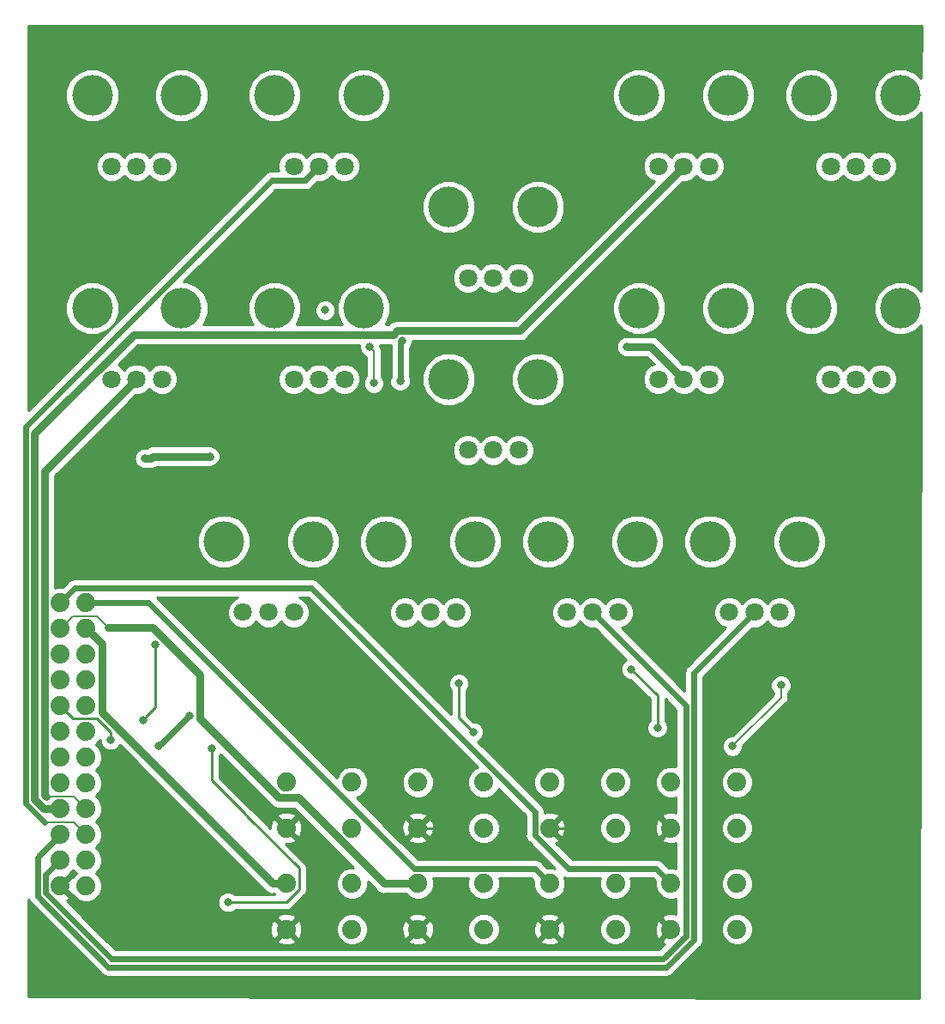
<source format=gbr>
G04 #@! TF.GenerationSoftware,KiCad,Pcbnew,5.0.2-bee76a0~70~ubuntu18.04.1*
G04 #@! TF.CreationDate,2019-12-02T21:24:14-05:00*
G04 #@! TF.ProjectId,control,636f6e74-726f-46c2-9e6b-696361645f70,rev?*
G04 #@! TF.SameCoordinates,Original*
G04 #@! TF.FileFunction,Copper,L2,Bot*
G04 #@! TF.FilePolarity,Positive*
%FSLAX46Y46*%
G04 Gerber Fmt 4.6, Leading zero omitted, Abs format (unit mm)*
G04 Created by KiCad (PCBNEW 5.0.2-bee76a0~70~ubuntu18.04.1) date Mon 02 Dec 2019 09:24:14 PM EST*
%MOMM*%
%LPD*%
G01*
G04 APERTURE LIST*
G04 #@! TA.AperFunction,ComponentPad*
%ADD10C,1.879600*%
G04 #@! TD*
G04 #@! TA.AperFunction,ComponentPad*
%ADD11C,1.800000*%
G04 #@! TD*
G04 #@! TA.AperFunction,WasherPad*
%ADD12C,4.000000*%
G04 #@! TD*
G04 #@! TA.AperFunction,ViaPad*
%ADD13C,0.800000*%
G04 #@! TD*
G04 #@! TA.AperFunction,Conductor*
%ADD14C,0.250000*%
G04 #@! TD*
G04 #@! TA.AperFunction,Conductor*
%ADD15C,0.800000*%
G04 #@! TD*
G04 #@! TA.AperFunction,Conductor*
%ADD16C,0.200000*%
G04 #@! TD*
G04 #@! TA.AperFunction,Conductor*
%ADD17C,0.600000*%
G04 #@! TD*
G04 #@! TA.AperFunction,Conductor*
%ADD18C,0.254000*%
G04 #@! TD*
G04 APERTURE END LIST*
D10*
G04 #@! TO.P,J1,1*
G04 #@! TO.N,3.3V*
X7800000Y-87000000D03*
G04 #@! TO.P,J1,2*
G04 #@! TO.N,GND*
X5260000Y-87000000D03*
G04 #@! TO.P,J1,3*
G04 #@! TO.N,/osc1_tune*
X7800000Y-84460000D03*
G04 #@! TO.P,J1,4*
G04 #@! TO.N,/sustain*
X5260000Y-84460000D03*
G04 #@! TO.P,J1,5*
G04 #@! TO.N,/osc1_waveshape*
X7800000Y-81920000D03*
G04 #@! TO.P,J1,6*
G04 #@! TO.N,/release*
X5260000Y-81920000D03*
G04 #@! TO.P,J1,7*
G04 #@! TO.N,/osc2_tune*
X7800000Y-79380000D03*
G04 #@! TO.P,J1,8*
G04 #@! TO.N,/lfo_rate*
X5260000Y-79380000D03*
G04 #@! TO.P,J1,9*
G04 #@! TO.N,/osc2_waveshape*
X7800000Y-76840000D03*
G04 #@! TO.P,J1,10*
G04 #@! TO.N,/lfo_depth*
X5260000Y-76840000D03*
G04 #@! TO.P,J1,11*
G04 #@! TO.N,/attack*
X7800000Y-74300000D03*
G04 #@! TO.P,J1,12*
G04 #@! TO.N,/global_lfo_rate*
X5260000Y-74300000D03*
G04 #@! TO.P,J1,13*
G04 #@! TO.N,/decay*
X7800000Y-71760000D03*
G04 #@! TO.P,J1,14*
G04 #@! TO.N,/global_lfo_depth*
X5260000Y-71760000D03*
G04 #@! TO.P,J1,15*
G04 #@! TO.N,/filter_freq*
X7800000Y-69220000D03*
G04 #@! TO.P,J1,16*
G04 #@! TO.N,/filter_resonance*
X5260000Y-69220000D03*
G04 #@! TO.P,J1,17*
G04 #@! TO.N,/mod1*
X7800000Y-66680000D03*
G04 #@! TO.P,J1,18*
G04 #@! TO.N,/mod2*
X5260000Y-66680000D03*
G04 #@! TO.P,J1,19*
G04 #@! TO.N,/mod3*
X7800000Y-64140000D03*
G04 #@! TO.P,J1,20*
G04 #@! TO.N,/mod4*
X5260000Y-64140000D03*
G04 #@! TO.P,J1,21*
G04 #@! TO.N,/mod5*
X7800000Y-61600000D03*
G04 #@! TO.P,J1,22*
G04 #@! TO.N,/mod6*
X5260000Y-61600000D03*
G04 #@! TO.P,J1,23*
G04 #@! TO.N,/mod7*
X7800000Y-59060000D03*
G04 #@! TO.P,J1,24*
G04 #@! TO.N,/mod8*
X5260000Y-59060000D03*
G04 #@! TD*
D11*
G04 #@! TO.P,RV1,3*
G04 #@! TO.N,Net-(R10-Pad1)*
X10300000Y-16000000D03*
G04 #@! TO.P,RV1,2*
G04 #@! TO.N,/osc1_tune*
X12800000Y-16000000D03*
G04 #@! TO.P,RV1,1*
G04 #@! TO.N,Net-(R9-Pad2)*
X15300000Y-16000000D03*
D12*
G04 #@! TO.P,RV1,*
G04 #@! TO.N,*
X8400000Y-9000000D03*
X17200000Y-9000000D03*
G04 #@! TD*
D11*
G04 #@! TO.P,RV2,3*
G04 #@! TO.N,Net-(R12-Pad1)*
X23300000Y-60000000D03*
G04 #@! TO.P,RV2,2*
G04 #@! TO.N,/attack*
X25800000Y-60000000D03*
G04 #@! TO.P,RV2,1*
G04 #@! TO.N,Net-(R11-Pad2)*
X28300000Y-60000000D03*
D12*
G04 #@! TO.P,RV2,*
G04 #@! TO.N,*
X21400000Y-53000000D03*
X30200000Y-53000000D03*
G04 #@! TD*
D11*
G04 #@! TO.P,RV3,3*
G04 #@! TO.N,Net-(R14-Pad1)*
X64300000Y-16000000D03*
G04 #@! TO.P,RV3,2*
G04 #@! TO.N,/lfo_rate*
X66800000Y-16000000D03*
G04 #@! TO.P,RV3,1*
G04 #@! TO.N,Net-(R13-Pad2)*
X69300000Y-16000000D03*
D12*
G04 #@! TO.P,RV3,*
G04 #@! TO.N,*
X62400000Y-9000000D03*
X71200000Y-9000000D03*
G04 #@! TD*
G04 #@! TO.P,RV4,*
G04 #@! TO.N,*
X35200000Y-9000000D03*
X26400000Y-9000000D03*
D11*
G04 #@! TO.P,RV4,1*
G04 #@! TO.N,Net-(R15-Pad2)*
X33300000Y-16000000D03*
G04 #@! TO.P,RV4,2*
G04 #@! TO.N,/osc1_waveshape*
X30800000Y-16000000D03*
G04 #@! TO.P,RV4,3*
G04 #@! TO.N,Net-(R16-Pad1)*
X28300000Y-16000000D03*
G04 #@! TD*
G04 #@! TO.P,RV5,3*
G04 #@! TO.N,Net-(R18-Pad1)*
X39300000Y-60000000D03*
G04 #@! TO.P,RV5,2*
G04 #@! TO.N,/decay*
X41800000Y-60000000D03*
G04 #@! TO.P,RV5,1*
G04 #@! TO.N,Net-(R17-Pad2)*
X44300000Y-60000000D03*
D12*
G04 #@! TO.P,RV5,*
G04 #@! TO.N,*
X37400000Y-53000000D03*
X46200000Y-53000000D03*
G04 #@! TD*
D11*
G04 #@! TO.P,RV6,3*
G04 #@! TO.N,Net-(R20-Pad1)*
X81300000Y-16000000D03*
G04 #@! TO.P,RV6,2*
G04 #@! TO.N,/lfo_depth*
X83800000Y-16000000D03*
G04 #@! TO.P,RV6,1*
G04 #@! TO.N,Net-(R19-Pad2)*
X86300000Y-16000000D03*
D12*
G04 #@! TO.P,RV6,*
G04 #@! TO.N,*
X79400000Y-9000000D03*
X88200000Y-9000000D03*
G04 #@! TD*
G04 #@! TO.P,RV7,*
G04 #@! TO.N,*
X17200000Y-30000000D03*
X8400000Y-30000000D03*
D11*
G04 #@! TO.P,RV7,1*
G04 #@! TO.N,Net-(R21-Pad2)*
X15300000Y-37000000D03*
G04 #@! TO.P,RV7,2*
G04 #@! TO.N,/osc2_tune*
X12800000Y-37000000D03*
G04 #@! TO.P,RV7,3*
G04 #@! TO.N,Net-(R22-Pad1)*
X10300000Y-37000000D03*
G04 #@! TD*
D12*
G04 #@! TO.P,RV8,*
G04 #@! TO.N,*
X62200000Y-53000000D03*
X53400000Y-53000000D03*
D11*
G04 #@! TO.P,RV8,1*
G04 #@! TO.N,Net-(R23-Pad2)*
X60300000Y-60000000D03*
G04 #@! TO.P,RV8,2*
G04 #@! TO.N,/sustain*
X57800000Y-60000000D03*
G04 #@! TO.P,RV8,3*
G04 #@! TO.N,Net-(R24-Pad1)*
X55300000Y-60000000D03*
G04 #@! TD*
G04 #@! TO.P,RV9,3*
G04 #@! TO.N,Net-(R26-Pad1)*
X64300000Y-37000000D03*
G04 #@! TO.P,RV9,2*
G04 #@! TO.N,/global_lfo_rate*
X66800000Y-37000000D03*
G04 #@! TO.P,RV9,1*
G04 #@! TO.N,Net-(R25-Pad2)*
X69300000Y-37000000D03*
D12*
G04 #@! TO.P,RV9,*
G04 #@! TO.N,*
X62400000Y-30000000D03*
X71200000Y-30000000D03*
G04 #@! TD*
G04 #@! TO.P,RV10,*
G04 #@! TO.N,*
X35200000Y-30000000D03*
X26400000Y-30000000D03*
D11*
G04 #@! TO.P,RV10,1*
G04 #@! TO.N,Net-(R27-Pad2)*
X33300000Y-37000000D03*
G04 #@! TO.P,RV10,2*
G04 #@! TO.N,/osc2_waveshape*
X30800000Y-37000000D03*
G04 #@! TO.P,RV10,3*
G04 #@! TO.N,Net-(R28-Pad1)*
X28300000Y-37000000D03*
G04 #@! TD*
D12*
G04 #@! TO.P,RV11,*
G04 #@! TO.N,*
X78200000Y-53000000D03*
X69400000Y-53000000D03*
D11*
G04 #@! TO.P,RV11,1*
G04 #@! TO.N,Net-(R29-Pad2)*
X76300000Y-60000000D03*
G04 #@! TO.P,RV11,2*
G04 #@! TO.N,/release*
X73800000Y-60000000D03*
G04 #@! TO.P,RV11,3*
G04 #@! TO.N,Net-(R30-Pad1)*
X71300000Y-60000000D03*
G04 #@! TD*
D12*
G04 #@! TO.P,RV12,*
G04 #@! TO.N,*
X88200000Y-30000000D03*
X79400000Y-30000000D03*
D11*
G04 #@! TO.P,RV12,1*
G04 #@! TO.N,Net-(R31-Pad2)*
X86300000Y-37000000D03*
G04 #@! TO.P,RV12,2*
G04 #@! TO.N,/global_lfo_depth*
X83800000Y-37000000D03*
G04 #@! TO.P,RV12,3*
G04 #@! TO.N,Net-(R32-Pad1)*
X81300000Y-37000000D03*
G04 #@! TD*
D10*
G04 #@! TO.P,S1,4*
G04 #@! TO.N,N/C*
X34051200Y-81260600D03*
G04 #@! TO.P,S1,3*
G04 #@! TO.N,GND*
X27548800Y-81260600D03*
G04 #@! TO.P,S1,2*
G04 #@! TO.N,N/C*
X34051200Y-76739400D03*
G04 #@! TO.P,S1,1*
G04 #@! TO.N,/mod1*
X27548800Y-76739400D03*
G04 #@! TD*
G04 #@! TO.P,S2,1*
G04 #@! TO.N,/mod5*
X27548800Y-86739400D03*
G04 #@! TO.P,S2,2*
G04 #@! TO.N,N/C*
X34051200Y-86739400D03*
G04 #@! TO.P,S2,3*
G04 #@! TO.N,GND*
X27548800Y-91260600D03*
G04 #@! TO.P,S2,4*
G04 #@! TO.N,N/C*
X34051200Y-91260600D03*
G04 #@! TD*
G04 #@! TO.P,S3,1*
G04 #@! TO.N,/mod2*
X40548800Y-76739400D03*
G04 #@! TO.P,S3,2*
G04 #@! TO.N,N/C*
X47051200Y-76739400D03*
G04 #@! TO.P,S3,3*
G04 #@! TO.N,GND*
X40548800Y-81260600D03*
G04 #@! TO.P,S3,4*
G04 #@! TO.N,N/C*
X47051200Y-81260600D03*
G04 #@! TD*
G04 #@! TO.P,S4,4*
G04 #@! TO.N,N/C*
X47051200Y-91260600D03*
G04 #@! TO.P,S4,3*
G04 #@! TO.N,GND*
X40548800Y-91260600D03*
G04 #@! TO.P,S4,2*
G04 #@! TO.N,N/C*
X47051200Y-86739400D03*
G04 #@! TO.P,S4,1*
G04 #@! TO.N,/mod6*
X40548800Y-86739400D03*
G04 #@! TD*
G04 #@! TO.P,S5,4*
G04 #@! TO.N,N/C*
X60051200Y-81260600D03*
G04 #@! TO.P,S5,3*
G04 #@! TO.N,GND*
X53548800Y-81260600D03*
G04 #@! TO.P,S5,2*
G04 #@! TO.N,N/C*
X60051200Y-76739400D03*
G04 #@! TO.P,S5,1*
G04 #@! TO.N,/mod3*
X53548800Y-76739400D03*
G04 #@! TD*
G04 #@! TO.P,S6,1*
G04 #@! TO.N,/mod7*
X53548800Y-86739400D03*
G04 #@! TO.P,S6,2*
G04 #@! TO.N,N/C*
X60051200Y-86739400D03*
G04 #@! TO.P,S6,3*
G04 #@! TO.N,GND*
X53548800Y-91260600D03*
G04 #@! TO.P,S6,4*
G04 #@! TO.N,N/C*
X60051200Y-91260600D03*
G04 #@! TD*
G04 #@! TO.P,S7,1*
G04 #@! TO.N,/mod4*
X65548800Y-76739400D03*
G04 #@! TO.P,S7,2*
G04 #@! TO.N,N/C*
X72051200Y-76739400D03*
G04 #@! TO.P,S7,3*
G04 #@! TO.N,GND*
X65548800Y-81260600D03*
G04 #@! TO.P,S7,4*
G04 #@! TO.N,N/C*
X72051200Y-81260600D03*
G04 #@! TD*
G04 #@! TO.P,S8,4*
G04 #@! TO.N,N/C*
X72051200Y-91260600D03*
G04 #@! TO.P,S8,3*
G04 #@! TO.N,GND*
X65548800Y-91260600D03*
G04 #@! TO.P,S8,2*
G04 #@! TO.N,N/C*
X72051200Y-86739400D03*
G04 #@! TO.P,S8,1*
G04 #@! TO.N,/mod8*
X65548800Y-86739400D03*
G04 #@! TD*
D11*
G04 #@! TO.P,RV13,3*
G04 #@! TO.N,Net-(R34-Pad1)*
X45500000Y-27000000D03*
G04 #@! TO.P,RV13,2*
G04 #@! TO.N,/filter_freq*
X48000000Y-27000000D03*
G04 #@! TO.P,RV13,1*
G04 #@! TO.N,Net-(R33-Pad2)*
X50500000Y-27000000D03*
D12*
G04 #@! TO.P,RV13,*
G04 #@! TO.N,*
X43600000Y-20000000D03*
X52400000Y-20000000D03*
G04 #@! TD*
G04 #@! TO.P,RV14,*
G04 #@! TO.N,*
X52400000Y-37000000D03*
X43600000Y-37000000D03*
D11*
G04 #@! TO.P,RV14,1*
G04 #@! TO.N,Net-(R35-Pad2)*
X50500000Y-44000000D03*
G04 #@! TO.P,RV14,2*
G04 #@! TO.N,/filter_resonance*
X48000000Y-44000000D03*
G04 #@! TO.P,RV14,3*
G04 #@! TO.N,Net-(R36-Pad1)*
X45500000Y-44000000D03*
G04 #@! TD*
D13*
G04 #@! TO.N,GND*
X43400000Y-87800000D03*
X44600000Y-83600000D03*
X55800000Y-81200000D03*
X50600000Y-82800000D03*
X21000000Y-64000000D03*
X74000000Y-66800000D03*
X71400000Y-66600000D03*
X59000000Y-65800000D03*
X53800000Y-65600000D03*
X25800000Y-66400000D03*
X10200000Y-43600000D03*
X12200000Y-43400000D03*
X26600000Y-42200000D03*
X31000000Y-43600000D03*
X10200000Y-22200000D03*
X12800000Y-22200000D03*
X28000000Y-22400000D03*
X30600000Y-22600000D03*
X64400000Y-23000000D03*
X66800000Y-23000000D03*
X81400000Y-23000000D03*
X84000000Y-23200000D03*
X64200000Y-44000000D03*
X66800000Y-44200000D03*
X81400000Y-44200000D03*
X84000000Y-44400000D03*
X40200000Y-65400000D03*
X41400000Y-30800000D03*
X37000000Y-44400000D03*
G04 #@! TO.N,/global_lfo_rate*
X61200000Y-33800000D03*
G04 #@! TO.N,/osc2_waveshape*
X13600000Y-44800000D03*
X20000000Y-44600000D03*
G04 #@! TO.N,3.3V*
X20200000Y-73400000D03*
X21800000Y-88600000D03*
X44600000Y-67000000D03*
X46000000Y-71800000D03*
X61600000Y-65600000D03*
X64200000Y-71400000D03*
X76400000Y-67200000D03*
X71600000Y-73200000D03*
X36200000Y-37400000D03*
X35800000Y-33800000D03*
X31400000Y-30200000D03*
G04 #@! TO.N,/filter_freq*
X14600000Y-63200000D03*
X38800000Y-37200000D03*
X39000000Y-33200000D03*
X13399956Y-70600000D03*
G04 #@! TO.N,/filter_resonance*
X10200000Y-72600000D03*
X18000000Y-70200000D03*
X15000000Y-73200000D03*
G04 #@! TD*
D14*
G04 #@! TO.N,GND*
X40548800Y-91260600D02*
X43400000Y-88409400D01*
X43400000Y-88409400D02*
X43400000Y-87800000D01*
X42260600Y-81260600D02*
X40548800Y-81260600D01*
X44600000Y-83600000D02*
X42260600Y-81260600D01*
X53548800Y-81260600D02*
X55739400Y-81260600D01*
X55739400Y-81260600D02*
X55800000Y-81200000D01*
X45400000Y-82800000D02*
X44600000Y-83600000D01*
X50600000Y-82800000D02*
X45400000Y-82800000D01*
D15*
G04 #@! TO.N,/lfo_rate*
X38119995Y-32600001D02*
X38519998Y-32199998D01*
X38519998Y-32199998D02*
X50600002Y-32199998D01*
X12479997Y-32600001D02*
X38119995Y-32600001D01*
X50600002Y-32199998D02*
X65900001Y-16899999D01*
X2720189Y-78447383D02*
X2720189Y-42359809D01*
X3652806Y-79380000D02*
X2720189Y-78447383D01*
X2720189Y-42359809D02*
X12479997Y-32600001D01*
X65900001Y-16899999D02*
X66800000Y-16000000D01*
X5260000Y-79380000D02*
X3652806Y-79380000D01*
D16*
G04 #@! TO.N,/osc1_waveshape*
X6560199Y-80680199D02*
X3680199Y-80680199D01*
X7800000Y-81920000D02*
X6560199Y-80680199D01*
D17*
X29900001Y-16899999D02*
X30800000Y-16000000D01*
X26099997Y-17400001D02*
X29399999Y-17400001D01*
X1820178Y-78820178D02*
X1820178Y-41679820D01*
X1820178Y-41679820D02*
X26099997Y-17400001D01*
X3680199Y-80680199D02*
X1820178Y-78820178D01*
X29399999Y-17400001D02*
X29900001Y-16899999D01*
D16*
G04 #@! TO.N,/osc2_tune*
X6560199Y-78140199D02*
X3859801Y-78140199D01*
X7800000Y-79380000D02*
X6560199Y-78140199D01*
D15*
X11900001Y-37899999D02*
X12800000Y-37000000D01*
X3720199Y-78000597D02*
X3720199Y-46079801D01*
X3720199Y-46079801D02*
X11900001Y-37899999D01*
X3859801Y-78140199D02*
X3720199Y-78000597D01*
D17*
G04 #@! TO.N,/sustain*
X3820199Y-85899801D02*
X3820199Y-87691105D01*
X3820199Y-87691105D02*
X10329094Y-94200000D01*
X5260000Y-84460000D02*
X3820199Y-85899801D01*
X10329094Y-94200000D02*
X64740306Y-94200000D01*
X66988601Y-69188601D02*
X58699999Y-60899999D01*
X66988601Y-91951705D02*
X66988601Y-69188601D01*
X64740306Y-94200000D02*
X66988601Y-91951705D01*
X58699999Y-60899999D02*
X57800000Y-60000000D01*
D15*
G04 #@! TO.N,/global_lfo_rate*
X63600000Y-33800000D02*
X66800000Y-37000000D01*
X61200000Y-33800000D02*
X63600000Y-33800000D01*
G04 #@! TO.N,/osc2_waveshape*
X14165685Y-44800000D02*
X14365685Y-44600000D01*
X13600000Y-44800000D02*
X14165685Y-44800000D01*
X14365685Y-44600000D02*
X20000000Y-44600000D01*
D17*
G04 #@! TO.N,/release*
X5260000Y-81920000D02*
X3020189Y-84159811D01*
X3020189Y-84159811D02*
X3020189Y-88022481D01*
X67788612Y-66011388D02*
X72900001Y-60899999D01*
X72900001Y-60899999D02*
X73800000Y-60000000D01*
X67788612Y-92283080D02*
X67788612Y-66011388D01*
X65071682Y-95000010D02*
X67788612Y-92283080D01*
X9997719Y-95000011D02*
X65071682Y-95000010D01*
X3020189Y-88022481D02*
X9997719Y-95000011D01*
D14*
G04 #@! TO.N,3.3V*
X20200000Y-76600000D02*
X20200000Y-73400000D01*
X23400000Y-79800000D02*
X20200000Y-76600000D01*
X23799999Y-80199999D02*
X23400000Y-79800000D01*
X28813601Y-85213601D02*
X23799999Y-80199999D01*
X28813601Y-87346505D02*
X28813601Y-85213601D01*
X27560106Y-88600000D02*
X28813601Y-87346505D01*
X21800000Y-88600000D02*
X27560106Y-88600000D01*
X44600000Y-67000000D02*
X44600000Y-70400000D01*
X44600000Y-70400000D02*
X46000000Y-71800000D01*
X61600000Y-65600000D02*
X64200000Y-68200000D01*
X64200000Y-68200000D02*
X64200000Y-71400000D01*
D16*
X76400000Y-67200000D02*
X76400000Y-68400000D01*
X76400000Y-68400000D02*
X71600000Y-73200000D01*
X36200000Y-34200000D02*
X35800000Y-33800000D01*
X36200000Y-37400000D02*
X36200000Y-34200000D01*
D15*
G04 #@! TO.N,/mod5*
X9339801Y-69859478D02*
X9339801Y-63139801D01*
X9339801Y-63139801D02*
X8739799Y-62539799D01*
X26219723Y-86739400D02*
X9339801Y-69859478D01*
X27548800Y-86739400D02*
X26219723Y-86739400D01*
X8739799Y-62539799D02*
X7800000Y-61600000D01*
D16*
G04 #@! TO.N,/mod6*
X6199799Y-60660201D02*
X5260000Y-61600000D01*
X6499801Y-60360199D02*
X6199799Y-60660201D01*
X8890693Y-60360199D02*
X6499801Y-60360199D01*
X10000000Y-61469506D02*
X8890693Y-60360199D01*
D15*
X37251094Y-86739400D02*
X28790895Y-78279201D01*
X14349510Y-61469506D02*
X10000000Y-61469506D01*
X28790895Y-78279201D02*
X26799201Y-78279201D01*
X19000001Y-66119997D02*
X14349510Y-61469506D01*
X40548800Y-86739400D02*
X37251094Y-86739400D01*
X26799201Y-78279201D02*
X19000001Y-70480001D01*
X19000001Y-70480001D02*
X19000001Y-66119997D01*
D17*
G04 #@! TO.N,/mod7*
X9129077Y-59060000D02*
X7800000Y-59060000D01*
X40221105Y-85299599D02*
X13981506Y-59060000D01*
X13981506Y-59060000D02*
X9129077Y-59060000D01*
X52108999Y-85299599D02*
X40221105Y-85299599D01*
X53548800Y-86739400D02*
X52108999Y-85299599D01*
G04 #@! TO.N,/mod8*
X64609001Y-85799601D02*
X65548800Y-86739400D01*
X64108999Y-85299599D02*
X64609001Y-85799601D01*
X55456893Y-85299599D02*
X64108999Y-85299599D01*
X52108999Y-81951705D02*
X55456893Y-85299599D01*
X52108999Y-79666293D02*
X52108999Y-81951705D01*
X30062905Y-57620199D02*
X52108999Y-79666293D01*
X6699801Y-57620199D02*
X30062905Y-57620199D01*
X5260000Y-59060000D02*
X6699801Y-57620199D01*
G04 #@! TO.N,/filter_freq*
X38800000Y-33400000D02*
X39000000Y-33200000D01*
X38800000Y-37200000D02*
X38800000Y-33400000D01*
D14*
X13799955Y-70200001D02*
X13399956Y-70600000D01*
X14600000Y-63200000D02*
X14600000Y-69399956D01*
X14600000Y-69399956D02*
X13799955Y-70200001D01*
G04 #@! TO.N,/filter_resonance*
X6524801Y-70484801D02*
X8884801Y-70484801D01*
X5260000Y-69220000D02*
X6524801Y-70484801D01*
X10200000Y-71800000D02*
X10200000Y-72600000D01*
X8884801Y-70484801D02*
X10200000Y-71800000D01*
D17*
X18000000Y-70200000D02*
X15000000Y-73200000D01*
G04 #@! TD*
D18*
G04 #@! TO.N,GND*
G36*
X90261907Y-7335454D02*
X89692608Y-6766155D01*
X88724134Y-6365000D01*
X87675866Y-6365000D01*
X86707392Y-6766155D01*
X85966155Y-7507392D01*
X85565000Y-8475866D01*
X85565000Y-9524134D01*
X85966155Y-10492608D01*
X86707392Y-11233845D01*
X87675866Y-11635000D01*
X88724134Y-11635000D01*
X89692608Y-11233845D01*
X90254971Y-10671482D01*
X90218338Y-28291885D01*
X89692608Y-27766155D01*
X88724134Y-27365000D01*
X87675866Y-27365000D01*
X86707392Y-27766155D01*
X85966155Y-28507392D01*
X85565000Y-29475866D01*
X85565000Y-30524134D01*
X85966155Y-31492608D01*
X86707392Y-32233845D01*
X87675866Y-32635000D01*
X88724134Y-32635000D01*
X89692608Y-32233845D01*
X90211221Y-31715232D01*
X90073264Y-98072712D01*
X2127000Y-97873287D01*
X2127000Y-88324764D01*
X2139439Y-88387299D01*
X2293930Y-88618511D01*
X2346093Y-88696578D01*
X2424159Y-88748740D01*
X9271461Y-95596042D01*
X9323623Y-95674108D01*
X9401689Y-95726270D01*
X9632901Y-95880761D01*
X9997719Y-95953328D01*
X10089805Y-95935011D01*
X64979591Y-95935009D01*
X65071682Y-95953327D01*
X65436500Y-95880760D01*
X65667712Y-95726269D01*
X65667713Y-95726268D01*
X65745779Y-95674106D01*
X65797941Y-95596040D01*
X68384643Y-93009339D01*
X68462709Y-92957177D01*
X68669362Y-92647899D01*
X68723612Y-92375166D01*
X68723612Y-92375163D01*
X68741928Y-92283081D01*
X68723612Y-92190999D01*
X68723612Y-90947353D01*
X70476400Y-90947353D01*
X70476400Y-91573847D01*
X70716149Y-92152652D01*
X71159148Y-92595651D01*
X71737953Y-92835400D01*
X72364447Y-92835400D01*
X72943252Y-92595651D01*
X73386251Y-92152652D01*
X73626000Y-91573847D01*
X73626000Y-90947353D01*
X73386251Y-90368548D01*
X72943252Y-89925549D01*
X72364447Y-89685800D01*
X71737953Y-89685800D01*
X71159148Y-89925549D01*
X70716149Y-90368548D01*
X70476400Y-90947353D01*
X68723612Y-90947353D01*
X68723612Y-86426153D01*
X70476400Y-86426153D01*
X70476400Y-87052647D01*
X70716149Y-87631452D01*
X71159148Y-88074451D01*
X71737953Y-88314200D01*
X72364447Y-88314200D01*
X72943252Y-88074451D01*
X73386251Y-87631452D01*
X73626000Y-87052647D01*
X73626000Y-86426153D01*
X73386251Y-85847348D01*
X72943252Y-85404349D01*
X72364447Y-85164600D01*
X71737953Y-85164600D01*
X71159148Y-85404349D01*
X70716149Y-85847348D01*
X70476400Y-86426153D01*
X68723612Y-86426153D01*
X68723612Y-80947353D01*
X70476400Y-80947353D01*
X70476400Y-81573847D01*
X70716149Y-82152652D01*
X71159148Y-82595651D01*
X71737953Y-82835400D01*
X72364447Y-82835400D01*
X72943252Y-82595651D01*
X73386251Y-82152652D01*
X73626000Y-81573847D01*
X73626000Y-80947353D01*
X73386251Y-80368548D01*
X72943252Y-79925549D01*
X72364447Y-79685800D01*
X71737953Y-79685800D01*
X71159148Y-79925549D01*
X70716149Y-80368548D01*
X70476400Y-80947353D01*
X68723612Y-80947353D01*
X68723612Y-76426153D01*
X70476400Y-76426153D01*
X70476400Y-77052647D01*
X70716149Y-77631452D01*
X71159148Y-78074451D01*
X71737953Y-78314200D01*
X72364447Y-78314200D01*
X72943252Y-78074451D01*
X73386251Y-77631452D01*
X73626000Y-77052647D01*
X73626000Y-76426153D01*
X73386251Y-75847348D01*
X72943252Y-75404349D01*
X72364447Y-75164600D01*
X71737953Y-75164600D01*
X71159148Y-75404349D01*
X70716149Y-75847348D01*
X70476400Y-76426153D01*
X68723612Y-76426153D01*
X68723612Y-72994126D01*
X70565000Y-72994126D01*
X70565000Y-73405874D01*
X70722569Y-73786280D01*
X71013720Y-74077431D01*
X71394126Y-74235000D01*
X71805874Y-74235000D01*
X72186280Y-74077431D01*
X72477431Y-73786280D01*
X72635000Y-73405874D01*
X72635000Y-73204446D01*
X76868538Y-68970909D01*
X76929905Y-68929905D01*
X77092354Y-68686783D01*
X77135000Y-68472388D01*
X77135000Y-68472385D01*
X77149398Y-68400001D01*
X77135000Y-68327617D01*
X77135000Y-67928711D01*
X77277431Y-67786280D01*
X77435000Y-67405874D01*
X77435000Y-66994126D01*
X77277431Y-66613720D01*
X76986280Y-66322569D01*
X76605874Y-66165000D01*
X76194126Y-66165000D01*
X75813720Y-66322569D01*
X75522569Y-66613720D01*
X75365000Y-66994126D01*
X75365000Y-67405874D01*
X75522569Y-67786280D01*
X75665001Y-67928712D01*
X75665001Y-68095552D01*
X71595554Y-72165000D01*
X71394126Y-72165000D01*
X71013720Y-72322569D01*
X70722569Y-72613720D01*
X70565000Y-72994126D01*
X68723612Y-72994126D01*
X68723612Y-66398677D01*
X73587289Y-61535000D01*
X74105330Y-61535000D01*
X74669507Y-61301310D01*
X75050000Y-60920817D01*
X75430493Y-61301310D01*
X75994670Y-61535000D01*
X76605330Y-61535000D01*
X77169507Y-61301310D01*
X77601310Y-60869507D01*
X77835000Y-60305330D01*
X77835000Y-59694670D01*
X77601310Y-59130493D01*
X77169507Y-58698690D01*
X76605330Y-58465000D01*
X75994670Y-58465000D01*
X75430493Y-58698690D01*
X75050000Y-59079183D01*
X74669507Y-58698690D01*
X74105330Y-58465000D01*
X73494670Y-58465000D01*
X72930493Y-58698690D01*
X72550000Y-59079183D01*
X72169507Y-58698690D01*
X71605330Y-58465000D01*
X70994670Y-58465000D01*
X70430493Y-58698690D01*
X69998690Y-59130493D01*
X69765000Y-59694670D01*
X69765000Y-60305330D01*
X69998690Y-60869507D01*
X70430493Y-61301310D01*
X70957929Y-61519782D01*
X67192582Y-65285129D01*
X67114516Y-65337291D01*
X67062354Y-65415357D01*
X67062353Y-65415358D01*
X66907862Y-65646570D01*
X66835295Y-66011388D01*
X66853613Y-66103479D01*
X66853613Y-67731323D01*
X60642071Y-61519782D01*
X61169507Y-61301310D01*
X61601310Y-60869507D01*
X61835000Y-60305330D01*
X61835000Y-59694670D01*
X61601310Y-59130493D01*
X61169507Y-58698690D01*
X60605330Y-58465000D01*
X59994670Y-58465000D01*
X59430493Y-58698690D01*
X59050000Y-59079183D01*
X58669507Y-58698690D01*
X58105330Y-58465000D01*
X57494670Y-58465000D01*
X56930493Y-58698690D01*
X56550000Y-59079183D01*
X56169507Y-58698690D01*
X55605330Y-58465000D01*
X54994670Y-58465000D01*
X54430493Y-58698690D01*
X53998690Y-59130493D01*
X53765000Y-59694670D01*
X53765000Y-60305330D01*
X53998690Y-60869507D01*
X54430493Y-61301310D01*
X54994670Y-61535000D01*
X55605330Y-61535000D01*
X56169507Y-61301310D01*
X56550000Y-60920817D01*
X56930493Y-61301310D01*
X57494670Y-61535000D01*
X58012710Y-61535000D01*
X58103968Y-61626258D01*
X58103971Y-61626260D01*
X61145638Y-64667927D01*
X61013720Y-64722569D01*
X60722569Y-65013720D01*
X60565000Y-65394126D01*
X60565000Y-65805874D01*
X60722569Y-66186280D01*
X61013720Y-66477431D01*
X61394126Y-66635000D01*
X61560199Y-66635000D01*
X63440000Y-68514802D01*
X63440001Y-70696288D01*
X63322569Y-70813720D01*
X63165000Y-71194126D01*
X63165000Y-71605874D01*
X63322569Y-71986280D01*
X63613720Y-72277431D01*
X63994126Y-72435000D01*
X64405874Y-72435000D01*
X64786280Y-72277431D01*
X65077431Y-71986280D01*
X65235000Y-71605874D01*
X65235000Y-71194126D01*
X65077431Y-70813720D01*
X64960000Y-70696289D01*
X64960000Y-68482290D01*
X66053602Y-69575892D01*
X66053602Y-75243945D01*
X65862047Y-75164600D01*
X65235553Y-75164600D01*
X64656748Y-75404349D01*
X64213749Y-75847348D01*
X63974000Y-76426153D01*
X63974000Y-77052647D01*
X64213749Y-77631452D01*
X64656748Y-78074451D01*
X65235553Y-78314200D01*
X65862047Y-78314200D01*
X66053602Y-78234855D01*
X66053602Y-79768310D01*
X65798967Y-79674555D01*
X65172972Y-79699551D01*
X64710723Y-79891020D01*
X64619437Y-80151632D01*
X65548800Y-81080995D01*
X65562943Y-81066853D01*
X65742548Y-81246458D01*
X65728405Y-81260600D01*
X65742548Y-81274743D01*
X65562943Y-81454348D01*
X65548800Y-81440205D01*
X64619437Y-82369568D01*
X64710723Y-82630180D01*
X65298633Y-82846645D01*
X65924628Y-82821649D01*
X66053601Y-82768227D01*
X66053601Y-85243944D01*
X65862047Y-85164600D01*
X65296289Y-85164600D01*
X64835261Y-84703572D01*
X64783096Y-84625502D01*
X64473818Y-84418849D01*
X64201085Y-84364599D01*
X64108999Y-84346282D01*
X64016913Y-84364599D01*
X55844183Y-84364599D01*
X54190928Y-82711344D01*
X54386877Y-82630180D01*
X54478163Y-82369568D01*
X53548800Y-81440205D01*
X53534658Y-81454348D01*
X53355053Y-81274743D01*
X53369195Y-81260600D01*
X53728405Y-81260600D01*
X54657768Y-82189963D01*
X54918380Y-82098677D01*
X55134845Y-81510767D01*
X55112348Y-80947353D01*
X58476400Y-80947353D01*
X58476400Y-81573847D01*
X58716149Y-82152652D01*
X59159148Y-82595651D01*
X59737953Y-82835400D01*
X60364447Y-82835400D01*
X60943252Y-82595651D01*
X61386251Y-82152652D01*
X61626000Y-81573847D01*
X61626000Y-81010433D01*
X63962755Y-81010433D01*
X63987751Y-81636428D01*
X64179220Y-82098677D01*
X64439832Y-82189963D01*
X65369195Y-81260600D01*
X64439832Y-80331237D01*
X64179220Y-80422523D01*
X63962755Y-81010433D01*
X61626000Y-81010433D01*
X61626000Y-80947353D01*
X61386251Y-80368548D01*
X60943252Y-79925549D01*
X60364447Y-79685800D01*
X59737953Y-79685800D01*
X59159148Y-79925549D01*
X58716149Y-80368548D01*
X58476400Y-80947353D01*
X55112348Y-80947353D01*
X55109849Y-80884772D01*
X54918380Y-80422523D01*
X54657768Y-80331237D01*
X53728405Y-81260600D01*
X53369195Y-81260600D01*
X53355053Y-81246458D01*
X53534658Y-81066853D01*
X53548800Y-81080995D01*
X54478163Y-80151632D01*
X54386877Y-79891020D01*
X53798967Y-79674555D01*
X53172972Y-79699551D01*
X53045171Y-79752488D01*
X53062316Y-79666292D01*
X52989749Y-79301474D01*
X52844502Y-79084097D01*
X52783096Y-78992196D01*
X52705030Y-78940034D01*
X50191149Y-76426153D01*
X51974000Y-76426153D01*
X51974000Y-77052647D01*
X52213749Y-77631452D01*
X52656748Y-78074451D01*
X53235553Y-78314200D01*
X53862047Y-78314200D01*
X54440852Y-78074451D01*
X54883851Y-77631452D01*
X55123600Y-77052647D01*
X55123600Y-76426153D01*
X58476400Y-76426153D01*
X58476400Y-77052647D01*
X58716149Y-77631452D01*
X59159148Y-78074451D01*
X59737953Y-78314200D01*
X60364447Y-78314200D01*
X60943252Y-78074451D01*
X61386251Y-77631452D01*
X61626000Y-77052647D01*
X61626000Y-76426153D01*
X61386251Y-75847348D01*
X60943252Y-75404349D01*
X60364447Y-75164600D01*
X59737953Y-75164600D01*
X59159148Y-75404349D01*
X58716149Y-75847348D01*
X58476400Y-76426153D01*
X55123600Y-76426153D01*
X54883851Y-75847348D01*
X54440852Y-75404349D01*
X53862047Y-75164600D01*
X53235553Y-75164600D01*
X52656748Y-75404349D01*
X52213749Y-75847348D01*
X51974000Y-76426153D01*
X50191149Y-76426153D01*
X46484560Y-72719565D01*
X46586280Y-72677431D01*
X46877431Y-72386280D01*
X47035000Y-72005874D01*
X47035000Y-71594126D01*
X46877431Y-71213720D01*
X46586280Y-70922569D01*
X46205874Y-70765000D01*
X46039802Y-70765000D01*
X45360000Y-70085199D01*
X45360000Y-67703711D01*
X45477431Y-67586280D01*
X45635000Y-67205874D01*
X45635000Y-66794126D01*
X45477431Y-66413720D01*
X45186280Y-66122569D01*
X44805874Y-65965000D01*
X44394126Y-65965000D01*
X44013720Y-66122569D01*
X43722569Y-66413720D01*
X43565000Y-66794126D01*
X43565000Y-67205874D01*
X43722569Y-67586280D01*
X43840000Y-67703711D01*
X43840001Y-70075005D01*
X33459666Y-59694670D01*
X37765000Y-59694670D01*
X37765000Y-60305330D01*
X37998690Y-60869507D01*
X38430493Y-61301310D01*
X38994670Y-61535000D01*
X39605330Y-61535000D01*
X40169507Y-61301310D01*
X40550000Y-60920817D01*
X40930493Y-61301310D01*
X41494670Y-61535000D01*
X42105330Y-61535000D01*
X42669507Y-61301310D01*
X43050000Y-60920817D01*
X43430493Y-61301310D01*
X43994670Y-61535000D01*
X44605330Y-61535000D01*
X45169507Y-61301310D01*
X45601310Y-60869507D01*
X45835000Y-60305330D01*
X45835000Y-59694670D01*
X45601310Y-59130493D01*
X45169507Y-58698690D01*
X44605330Y-58465000D01*
X43994670Y-58465000D01*
X43430493Y-58698690D01*
X43050000Y-59079183D01*
X42669507Y-58698690D01*
X42105330Y-58465000D01*
X41494670Y-58465000D01*
X40930493Y-58698690D01*
X40550000Y-59079183D01*
X40169507Y-58698690D01*
X39605330Y-58465000D01*
X38994670Y-58465000D01*
X38430493Y-58698690D01*
X37998690Y-59130493D01*
X37765000Y-59694670D01*
X33459666Y-59694670D01*
X30789166Y-57024171D01*
X30737002Y-56946102D01*
X30427724Y-56739449D01*
X30154991Y-56685199D01*
X30062905Y-56666882D01*
X29970819Y-56685199D01*
X6791886Y-56685199D01*
X6699800Y-56666882D01*
X6334982Y-56739449D01*
X6025704Y-56946102D01*
X5973542Y-57024168D01*
X5512510Y-57485200D01*
X4946753Y-57485200D01*
X4755199Y-57564544D01*
X4755199Y-52475866D01*
X18765000Y-52475866D01*
X18765000Y-53524134D01*
X19166155Y-54492608D01*
X19907392Y-55233845D01*
X20875866Y-55635000D01*
X21924134Y-55635000D01*
X22892608Y-55233845D01*
X23633845Y-54492608D01*
X24035000Y-53524134D01*
X24035000Y-52475866D01*
X27565000Y-52475866D01*
X27565000Y-53524134D01*
X27966155Y-54492608D01*
X28707392Y-55233845D01*
X29675866Y-55635000D01*
X30724134Y-55635000D01*
X31692608Y-55233845D01*
X32433845Y-54492608D01*
X32835000Y-53524134D01*
X32835000Y-52475866D01*
X34765000Y-52475866D01*
X34765000Y-53524134D01*
X35166155Y-54492608D01*
X35907392Y-55233845D01*
X36875866Y-55635000D01*
X37924134Y-55635000D01*
X38892608Y-55233845D01*
X39633845Y-54492608D01*
X40035000Y-53524134D01*
X40035000Y-52475866D01*
X43565000Y-52475866D01*
X43565000Y-53524134D01*
X43966155Y-54492608D01*
X44707392Y-55233845D01*
X45675866Y-55635000D01*
X46724134Y-55635000D01*
X47692608Y-55233845D01*
X48433845Y-54492608D01*
X48835000Y-53524134D01*
X48835000Y-52475866D01*
X50765000Y-52475866D01*
X50765000Y-53524134D01*
X51166155Y-54492608D01*
X51907392Y-55233845D01*
X52875866Y-55635000D01*
X53924134Y-55635000D01*
X54892608Y-55233845D01*
X55633845Y-54492608D01*
X56035000Y-53524134D01*
X56035000Y-52475866D01*
X59565000Y-52475866D01*
X59565000Y-53524134D01*
X59966155Y-54492608D01*
X60707392Y-55233845D01*
X61675866Y-55635000D01*
X62724134Y-55635000D01*
X63692608Y-55233845D01*
X64433845Y-54492608D01*
X64835000Y-53524134D01*
X64835000Y-52475866D01*
X66765000Y-52475866D01*
X66765000Y-53524134D01*
X67166155Y-54492608D01*
X67907392Y-55233845D01*
X68875866Y-55635000D01*
X69924134Y-55635000D01*
X70892608Y-55233845D01*
X71633845Y-54492608D01*
X72035000Y-53524134D01*
X72035000Y-52475866D01*
X75565000Y-52475866D01*
X75565000Y-53524134D01*
X75966155Y-54492608D01*
X76707392Y-55233845D01*
X77675866Y-55635000D01*
X78724134Y-55635000D01*
X79692608Y-55233845D01*
X80433845Y-54492608D01*
X80835000Y-53524134D01*
X80835000Y-52475866D01*
X80433845Y-51507392D01*
X79692608Y-50766155D01*
X78724134Y-50365000D01*
X77675866Y-50365000D01*
X76707392Y-50766155D01*
X75966155Y-51507392D01*
X75565000Y-52475866D01*
X72035000Y-52475866D01*
X71633845Y-51507392D01*
X70892608Y-50766155D01*
X69924134Y-50365000D01*
X68875866Y-50365000D01*
X67907392Y-50766155D01*
X67166155Y-51507392D01*
X66765000Y-52475866D01*
X64835000Y-52475866D01*
X64433845Y-51507392D01*
X63692608Y-50766155D01*
X62724134Y-50365000D01*
X61675866Y-50365000D01*
X60707392Y-50766155D01*
X59966155Y-51507392D01*
X59565000Y-52475866D01*
X56035000Y-52475866D01*
X55633845Y-51507392D01*
X54892608Y-50766155D01*
X53924134Y-50365000D01*
X52875866Y-50365000D01*
X51907392Y-50766155D01*
X51166155Y-51507392D01*
X50765000Y-52475866D01*
X48835000Y-52475866D01*
X48433845Y-51507392D01*
X47692608Y-50766155D01*
X46724134Y-50365000D01*
X45675866Y-50365000D01*
X44707392Y-50766155D01*
X43966155Y-51507392D01*
X43565000Y-52475866D01*
X40035000Y-52475866D01*
X39633845Y-51507392D01*
X38892608Y-50766155D01*
X37924134Y-50365000D01*
X36875866Y-50365000D01*
X35907392Y-50766155D01*
X35166155Y-51507392D01*
X34765000Y-52475866D01*
X32835000Y-52475866D01*
X32433845Y-51507392D01*
X31692608Y-50766155D01*
X30724134Y-50365000D01*
X29675866Y-50365000D01*
X28707392Y-50766155D01*
X27966155Y-51507392D01*
X27565000Y-52475866D01*
X24035000Y-52475866D01*
X23633845Y-51507392D01*
X22892608Y-50766155D01*
X21924134Y-50365000D01*
X20875866Y-50365000D01*
X19907392Y-50766155D01*
X19166155Y-51507392D01*
X18765000Y-52475866D01*
X4755199Y-52475866D01*
X4755199Y-46508511D01*
X6463710Y-44800000D01*
X12544724Y-44800000D01*
X12565000Y-44901935D01*
X12565000Y-45005874D01*
X12604776Y-45101902D01*
X12625052Y-45203837D01*
X12682793Y-45290253D01*
X12722569Y-45386280D01*
X12796065Y-45459776D01*
X12853807Y-45546193D01*
X12940223Y-45603934D01*
X13013720Y-45677431D01*
X13109747Y-45717207D01*
X13196163Y-45774948D01*
X13298099Y-45795224D01*
X13394126Y-45835000D01*
X14063751Y-45835000D01*
X14165685Y-45855276D01*
X14267619Y-45835000D01*
X14267620Y-45835000D01*
X14569522Y-45774948D01*
X14778969Y-45635000D01*
X20205874Y-45635000D01*
X20301901Y-45595224D01*
X20403837Y-45574948D01*
X20490253Y-45517207D01*
X20586280Y-45477431D01*
X20659776Y-45403935D01*
X20746193Y-45346193D01*
X20803935Y-45259776D01*
X20877431Y-45186280D01*
X20917207Y-45090253D01*
X20974948Y-45003837D01*
X20995224Y-44901902D01*
X21035000Y-44805874D01*
X21035000Y-44701935D01*
X21055276Y-44600000D01*
X21035000Y-44498065D01*
X21035000Y-44394126D01*
X20995224Y-44298098D01*
X20974948Y-44196163D01*
X20917207Y-44109747D01*
X20877431Y-44013720D01*
X20803935Y-43940224D01*
X20746193Y-43853807D01*
X20659776Y-43796065D01*
X20586280Y-43722569D01*
X20518927Y-43694670D01*
X43965000Y-43694670D01*
X43965000Y-44305330D01*
X44198690Y-44869507D01*
X44630493Y-45301310D01*
X45194670Y-45535000D01*
X45805330Y-45535000D01*
X46369507Y-45301310D01*
X46750000Y-44920817D01*
X47130493Y-45301310D01*
X47694670Y-45535000D01*
X48305330Y-45535000D01*
X48869507Y-45301310D01*
X49250000Y-44920817D01*
X49630493Y-45301310D01*
X50194670Y-45535000D01*
X50805330Y-45535000D01*
X51369507Y-45301310D01*
X51801310Y-44869507D01*
X52035000Y-44305330D01*
X52035000Y-43694670D01*
X51801310Y-43130493D01*
X51369507Y-42698690D01*
X50805330Y-42465000D01*
X50194670Y-42465000D01*
X49630493Y-42698690D01*
X49250000Y-43079183D01*
X48869507Y-42698690D01*
X48305330Y-42465000D01*
X47694670Y-42465000D01*
X47130493Y-42698690D01*
X46750000Y-43079183D01*
X46369507Y-42698690D01*
X45805330Y-42465000D01*
X45194670Y-42465000D01*
X44630493Y-42698690D01*
X44198690Y-43130493D01*
X43965000Y-43694670D01*
X20518927Y-43694670D01*
X20490253Y-43682793D01*
X20403837Y-43625052D01*
X20301901Y-43604776D01*
X20205874Y-43565000D01*
X14467619Y-43565000D01*
X14365685Y-43544724D01*
X14263751Y-43565000D01*
X14263750Y-43565000D01*
X13961848Y-43625052D01*
X13752401Y-43765000D01*
X13394126Y-43765000D01*
X13298099Y-43804776D01*
X13196163Y-43825052D01*
X13109747Y-43882793D01*
X13013720Y-43922569D01*
X12940224Y-43996065D01*
X12853807Y-44053807D01*
X12796065Y-44140224D01*
X12722569Y-44213720D01*
X12682793Y-44309747D01*
X12625052Y-44396163D01*
X12604776Y-44498098D01*
X12565000Y-44594126D01*
X12565000Y-44698065D01*
X12544724Y-44800000D01*
X6463710Y-44800000D01*
X12703935Y-38559776D01*
X12703937Y-38559773D01*
X12728710Y-38535000D01*
X13105330Y-38535000D01*
X13669507Y-38301310D01*
X14050000Y-37920817D01*
X14430493Y-38301310D01*
X14994670Y-38535000D01*
X15605330Y-38535000D01*
X16169507Y-38301310D01*
X16601310Y-37869507D01*
X16835000Y-37305330D01*
X16835000Y-36694670D01*
X26765000Y-36694670D01*
X26765000Y-37305330D01*
X26998690Y-37869507D01*
X27430493Y-38301310D01*
X27994670Y-38535000D01*
X28605330Y-38535000D01*
X29169507Y-38301310D01*
X29550000Y-37920817D01*
X29930493Y-38301310D01*
X30494670Y-38535000D01*
X31105330Y-38535000D01*
X31669507Y-38301310D01*
X32050000Y-37920817D01*
X32430493Y-38301310D01*
X32994670Y-38535000D01*
X33605330Y-38535000D01*
X34169507Y-38301310D01*
X34601310Y-37869507D01*
X34835000Y-37305330D01*
X34835000Y-36694670D01*
X34601310Y-36130493D01*
X34169507Y-35698690D01*
X33605330Y-35465000D01*
X32994670Y-35465000D01*
X32430493Y-35698690D01*
X32050000Y-36079183D01*
X31669507Y-35698690D01*
X31105330Y-35465000D01*
X30494670Y-35465000D01*
X29930493Y-35698690D01*
X29550000Y-36079183D01*
X29169507Y-35698690D01*
X28605330Y-35465000D01*
X27994670Y-35465000D01*
X27430493Y-35698690D01*
X26998690Y-36130493D01*
X26765000Y-36694670D01*
X16835000Y-36694670D01*
X16601310Y-36130493D01*
X16169507Y-35698690D01*
X15605330Y-35465000D01*
X14994670Y-35465000D01*
X14430493Y-35698690D01*
X14050000Y-36079183D01*
X13669507Y-35698690D01*
X13105330Y-35465000D01*
X12494670Y-35465000D01*
X11930493Y-35698690D01*
X11550000Y-36079183D01*
X11169507Y-35698690D01*
X10940059Y-35603650D01*
X12908708Y-33635001D01*
X34765000Y-33635001D01*
X34765000Y-34005874D01*
X34922569Y-34386280D01*
X35213720Y-34677431D01*
X35465001Y-34781515D01*
X35465000Y-36671289D01*
X35322569Y-36813720D01*
X35165000Y-37194126D01*
X35165000Y-37605874D01*
X35322569Y-37986280D01*
X35613720Y-38277431D01*
X35994126Y-38435000D01*
X36405874Y-38435000D01*
X36786280Y-38277431D01*
X37077431Y-37986280D01*
X37235000Y-37605874D01*
X37235000Y-37194126D01*
X37077431Y-36813720D01*
X36935000Y-36671289D01*
X36935000Y-34272383D01*
X36949398Y-34199999D01*
X36935000Y-34127615D01*
X36935000Y-34127612D01*
X36892354Y-33913217D01*
X36835000Y-33827381D01*
X36835000Y-33635001D01*
X37865001Y-33635001D01*
X37865000Y-36752704D01*
X37765000Y-36994126D01*
X37765000Y-37405874D01*
X37922569Y-37786280D01*
X38213720Y-38077431D01*
X38594126Y-38235000D01*
X39005874Y-38235000D01*
X39386280Y-38077431D01*
X39677431Y-37786280D01*
X39835000Y-37405874D01*
X39835000Y-36994126D01*
X39735000Y-36752704D01*
X39735000Y-36475866D01*
X40965000Y-36475866D01*
X40965000Y-37524134D01*
X41366155Y-38492608D01*
X42107392Y-39233845D01*
X43075866Y-39635000D01*
X44124134Y-39635000D01*
X45092608Y-39233845D01*
X45833845Y-38492608D01*
X46235000Y-37524134D01*
X46235000Y-36475866D01*
X49765000Y-36475866D01*
X49765000Y-37524134D01*
X50166155Y-38492608D01*
X50907392Y-39233845D01*
X51875866Y-39635000D01*
X52924134Y-39635000D01*
X53892608Y-39233845D01*
X54633845Y-38492608D01*
X55035000Y-37524134D01*
X55035000Y-36475866D01*
X54633845Y-35507392D01*
X53892608Y-34766155D01*
X52924134Y-34365000D01*
X51875866Y-34365000D01*
X50907392Y-34766155D01*
X50166155Y-35507392D01*
X49765000Y-36475866D01*
X46235000Y-36475866D01*
X45833845Y-35507392D01*
X45092608Y-34766155D01*
X44124134Y-34365000D01*
X43075866Y-34365000D01*
X42107392Y-34766155D01*
X41366155Y-35507392D01*
X40965000Y-36475866D01*
X39735000Y-36475866D01*
X39735000Y-33928711D01*
X39863711Y-33800000D01*
X60144724Y-33800000D01*
X60165000Y-33901935D01*
X60165000Y-34005874D01*
X60204776Y-34101902D01*
X60225052Y-34203837D01*
X60282793Y-34290253D01*
X60322569Y-34386280D01*
X60396065Y-34459776D01*
X60453807Y-34546193D01*
X60540224Y-34603935D01*
X60613720Y-34677431D01*
X60709747Y-34717207D01*
X60796163Y-34774948D01*
X60898099Y-34795224D01*
X60994126Y-34835000D01*
X63171290Y-34835000D01*
X63857930Y-35521640D01*
X63430493Y-35698690D01*
X62998690Y-36130493D01*
X62765000Y-36694670D01*
X62765000Y-37305330D01*
X62998690Y-37869507D01*
X63430493Y-38301310D01*
X63994670Y-38535000D01*
X64605330Y-38535000D01*
X65169507Y-38301310D01*
X65550000Y-37920817D01*
X65930493Y-38301310D01*
X66494670Y-38535000D01*
X67105330Y-38535000D01*
X67669507Y-38301310D01*
X68050000Y-37920817D01*
X68430493Y-38301310D01*
X68994670Y-38535000D01*
X69605330Y-38535000D01*
X70169507Y-38301310D01*
X70601310Y-37869507D01*
X70835000Y-37305330D01*
X70835000Y-36694670D01*
X79765000Y-36694670D01*
X79765000Y-37305330D01*
X79998690Y-37869507D01*
X80430493Y-38301310D01*
X80994670Y-38535000D01*
X81605330Y-38535000D01*
X82169507Y-38301310D01*
X82550000Y-37920817D01*
X82930493Y-38301310D01*
X83494670Y-38535000D01*
X84105330Y-38535000D01*
X84669507Y-38301310D01*
X85050000Y-37920817D01*
X85430493Y-38301310D01*
X85994670Y-38535000D01*
X86605330Y-38535000D01*
X87169507Y-38301310D01*
X87601310Y-37869507D01*
X87835000Y-37305330D01*
X87835000Y-36694670D01*
X87601310Y-36130493D01*
X87169507Y-35698690D01*
X86605330Y-35465000D01*
X85994670Y-35465000D01*
X85430493Y-35698690D01*
X85050000Y-36079183D01*
X84669507Y-35698690D01*
X84105330Y-35465000D01*
X83494670Y-35465000D01*
X82930493Y-35698690D01*
X82550000Y-36079183D01*
X82169507Y-35698690D01*
X81605330Y-35465000D01*
X80994670Y-35465000D01*
X80430493Y-35698690D01*
X79998690Y-36130493D01*
X79765000Y-36694670D01*
X70835000Y-36694670D01*
X70601310Y-36130493D01*
X70169507Y-35698690D01*
X69605330Y-35465000D01*
X68994670Y-35465000D01*
X68430493Y-35698690D01*
X68050000Y-36079183D01*
X67669507Y-35698690D01*
X67105330Y-35465000D01*
X66728711Y-35465000D01*
X64403937Y-33140227D01*
X64346193Y-33053807D01*
X64003837Y-32825052D01*
X63701935Y-32765000D01*
X63701934Y-32765000D01*
X63600000Y-32744724D01*
X63498066Y-32765000D01*
X60994126Y-32765000D01*
X60898099Y-32804776D01*
X60796163Y-32825052D01*
X60709747Y-32882793D01*
X60613720Y-32922569D01*
X60540224Y-32996065D01*
X60453807Y-33053807D01*
X60396065Y-33140224D01*
X60322569Y-33213720D01*
X60282793Y-33309747D01*
X60225052Y-33396163D01*
X60204776Y-33498098D01*
X60165000Y-33594126D01*
X60165000Y-33698065D01*
X60144724Y-33800000D01*
X39863711Y-33800000D01*
X39877431Y-33786280D01*
X40035000Y-33405874D01*
X40035000Y-33234998D01*
X50498068Y-33234998D01*
X50600002Y-33255274D01*
X50701936Y-33234998D01*
X50701937Y-33234998D01*
X51003839Y-33174946D01*
X51346195Y-32946191D01*
X51403939Y-32859771D01*
X54787844Y-29475866D01*
X59765000Y-29475866D01*
X59765000Y-30524134D01*
X60166155Y-31492608D01*
X60907392Y-32233845D01*
X61875866Y-32635000D01*
X62924134Y-32635000D01*
X63892608Y-32233845D01*
X64633845Y-31492608D01*
X65035000Y-30524134D01*
X65035000Y-29475866D01*
X68565000Y-29475866D01*
X68565000Y-30524134D01*
X68966155Y-31492608D01*
X69707392Y-32233845D01*
X70675866Y-32635000D01*
X71724134Y-32635000D01*
X72692608Y-32233845D01*
X73433845Y-31492608D01*
X73835000Y-30524134D01*
X73835000Y-29475866D01*
X76765000Y-29475866D01*
X76765000Y-30524134D01*
X77166155Y-31492608D01*
X77907392Y-32233845D01*
X78875866Y-32635000D01*
X79924134Y-32635000D01*
X80892608Y-32233845D01*
X81633845Y-31492608D01*
X82035000Y-30524134D01*
X82035000Y-29475866D01*
X81633845Y-28507392D01*
X80892608Y-27766155D01*
X79924134Y-27365000D01*
X78875866Y-27365000D01*
X77907392Y-27766155D01*
X77166155Y-28507392D01*
X76765000Y-29475866D01*
X73835000Y-29475866D01*
X73433845Y-28507392D01*
X72692608Y-27766155D01*
X71724134Y-27365000D01*
X70675866Y-27365000D01*
X69707392Y-27766155D01*
X68966155Y-28507392D01*
X68565000Y-29475866D01*
X65035000Y-29475866D01*
X64633845Y-28507392D01*
X63892608Y-27766155D01*
X62924134Y-27365000D01*
X61875866Y-27365000D01*
X60907392Y-27766155D01*
X60166155Y-28507392D01*
X59765000Y-29475866D01*
X54787844Y-29475866D01*
X66703935Y-17559776D01*
X66703937Y-17559773D01*
X66728710Y-17535000D01*
X67105330Y-17535000D01*
X67669507Y-17301310D01*
X68050000Y-16920817D01*
X68430493Y-17301310D01*
X68994670Y-17535000D01*
X69605330Y-17535000D01*
X70169507Y-17301310D01*
X70601310Y-16869507D01*
X70835000Y-16305330D01*
X70835000Y-15694670D01*
X79765000Y-15694670D01*
X79765000Y-16305330D01*
X79998690Y-16869507D01*
X80430493Y-17301310D01*
X80994670Y-17535000D01*
X81605330Y-17535000D01*
X82169507Y-17301310D01*
X82550000Y-16920817D01*
X82930493Y-17301310D01*
X83494670Y-17535000D01*
X84105330Y-17535000D01*
X84669507Y-17301310D01*
X85050000Y-16920817D01*
X85430493Y-17301310D01*
X85994670Y-17535000D01*
X86605330Y-17535000D01*
X87169507Y-17301310D01*
X87601310Y-16869507D01*
X87835000Y-16305330D01*
X87835000Y-15694670D01*
X87601310Y-15130493D01*
X87169507Y-14698690D01*
X86605330Y-14465000D01*
X85994670Y-14465000D01*
X85430493Y-14698690D01*
X85050000Y-15079183D01*
X84669507Y-14698690D01*
X84105330Y-14465000D01*
X83494670Y-14465000D01*
X82930493Y-14698690D01*
X82550000Y-15079183D01*
X82169507Y-14698690D01*
X81605330Y-14465000D01*
X80994670Y-14465000D01*
X80430493Y-14698690D01*
X79998690Y-15130493D01*
X79765000Y-15694670D01*
X70835000Y-15694670D01*
X70601310Y-15130493D01*
X70169507Y-14698690D01*
X69605330Y-14465000D01*
X68994670Y-14465000D01*
X68430493Y-14698690D01*
X68050000Y-15079183D01*
X67669507Y-14698690D01*
X67105330Y-14465000D01*
X66494670Y-14465000D01*
X65930493Y-14698690D01*
X65550000Y-15079183D01*
X65169507Y-14698690D01*
X64605330Y-14465000D01*
X63994670Y-14465000D01*
X63430493Y-14698690D01*
X62998690Y-15130493D01*
X62765000Y-15694670D01*
X62765000Y-16305330D01*
X62998690Y-16869507D01*
X63430493Y-17301310D01*
X63857929Y-17478360D01*
X50171292Y-31164998D01*
X38621932Y-31164998D01*
X38519998Y-31144722D01*
X38418064Y-31164998D01*
X38418063Y-31164998D01*
X38116161Y-31225050D01*
X37773805Y-31453805D01*
X37716061Y-31540225D01*
X37691285Y-31565001D01*
X37361452Y-31565001D01*
X37433845Y-31492608D01*
X37835000Y-30524134D01*
X37835000Y-29475866D01*
X37433845Y-28507392D01*
X36692608Y-27766155D01*
X35724134Y-27365000D01*
X34675866Y-27365000D01*
X33707392Y-27766155D01*
X32966155Y-28507392D01*
X32565000Y-29475866D01*
X32565000Y-30524134D01*
X32966155Y-31492608D01*
X33038548Y-31565001D01*
X28561452Y-31565001D01*
X28633845Y-31492608D01*
X29035000Y-30524134D01*
X29035000Y-29994126D01*
X30365000Y-29994126D01*
X30365000Y-30405874D01*
X30522569Y-30786280D01*
X30813720Y-31077431D01*
X31194126Y-31235000D01*
X31605874Y-31235000D01*
X31986280Y-31077431D01*
X32277431Y-30786280D01*
X32435000Y-30405874D01*
X32435000Y-29994126D01*
X32277431Y-29613720D01*
X31986280Y-29322569D01*
X31605874Y-29165000D01*
X31194126Y-29165000D01*
X30813720Y-29322569D01*
X30522569Y-29613720D01*
X30365000Y-29994126D01*
X29035000Y-29994126D01*
X29035000Y-29475866D01*
X28633845Y-28507392D01*
X27892608Y-27766155D01*
X26924134Y-27365000D01*
X25875866Y-27365000D01*
X24907392Y-27766155D01*
X24166155Y-28507392D01*
X23765000Y-29475866D01*
X23765000Y-30524134D01*
X24166155Y-31492608D01*
X24238548Y-31565001D01*
X19361452Y-31565001D01*
X19433845Y-31492608D01*
X19835000Y-30524134D01*
X19835000Y-29475866D01*
X19433845Y-28507392D01*
X18692608Y-27766155D01*
X17724134Y-27365000D01*
X17457288Y-27365000D01*
X18127618Y-26694670D01*
X43965000Y-26694670D01*
X43965000Y-27305330D01*
X44198690Y-27869507D01*
X44630493Y-28301310D01*
X45194670Y-28535000D01*
X45805330Y-28535000D01*
X46369507Y-28301310D01*
X46750000Y-27920817D01*
X47130493Y-28301310D01*
X47694670Y-28535000D01*
X48305330Y-28535000D01*
X48869507Y-28301310D01*
X49250000Y-27920817D01*
X49630493Y-28301310D01*
X50194670Y-28535000D01*
X50805330Y-28535000D01*
X51369507Y-28301310D01*
X51801310Y-27869507D01*
X52035000Y-27305330D01*
X52035000Y-26694670D01*
X51801310Y-26130493D01*
X51369507Y-25698690D01*
X50805330Y-25465000D01*
X50194670Y-25465000D01*
X49630493Y-25698690D01*
X49250000Y-26079183D01*
X48869507Y-25698690D01*
X48305330Y-25465000D01*
X47694670Y-25465000D01*
X47130493Y-25698690D01*
X46750000Y-26079183D01*
X46369507Y-25698690D01*
X45805330Y-25465000D01*
X45194670Y-25465000D01*
X44630493Y-25698690D01*
X44198690Y-26130493D01*
X43965000Y-26694670D01*
X18127618Y-26694670D01*
X25346422Y-19475866D01*
X40965000Y-19475866D01*
X40965000Y-20524134D01*
X41366155Y-21492608D01*
X42107392Y-22233845D01*
X43075866Y-22635000D01*
X44124134Y-22635000D01*
X45092608Y-22233845D01*
X45833845Y-21492608D01*
X46235000Y-20524134D01*
X46235000Y-19475866D01*
X49765000Y-19475866D01*
X49765000Y-20524134D01*
X50166155Y-21492608D01*
X50907392Y-22233845D01*
X51875866Y-22635000D01*
X52924134Y-22635000D01*
X53892608Y-22233845D01*
X54633845Y-21492608D01*
X55035000Y-20524134D01*
X55035000Y-19475866D01*
X54633845Y-18507392D01*
X53892608Y-17766155D01*
X52924134Y-17365000D01*
X51875866Y-17365000D01*
X50907392Y-17766155D01*
X50166155Y-18507392D01*
X49765000Y-19475866D01*
X46235000Y-19475866D01*
X45833845Y-18507392D01*
X45092608Y-17766155D01*
X44124134Y-17365000D01*
X43075866Y-17365000D01*
X42107392Y-17766155D01*
X41366155Y-18507392D01*
X40965000Y-19475866D01*
X25346422Y-19475866D01*
X26487287Y-18335001D01*
X29307913Y-18335001D01*
X29399999Y-18353318D01*
X29492085Y-18335001D01*
X29764818Y-18280751D01*
X30074096Y-18074098D01*
X30126261Y-17996028D01*
X30587289Y-17535000D01*
X31105330Y-17535000D01*
X31669507Y-17301310D01*
X32050000Y-16920817D01*
X32430493Y-17301310D01*
X32994670Y-17535000D01*
X33605330Y-17535000D01*
X34169507Y-17301310D01*
X34601310Y-16869507D01*
X34835000Y-16305330D01*
X34835000Y-15694670D01*
X34601310Y-15130493D01*
X34169507Y-14698690D01*
X33605330Y-14465000D01*
X32994670Y-14465000D01*
X32430493Y-14698690D01*
X32050000Y-15079183D01*
X31669507Y-14698690D01*
X31105330Y-14465000D01*
X30494670Y-14465000D01*
X29930493Y-14698690D01*
X29550000Y-15079183D01*
X29169507Y-14698690D01*
X28605330Y-14465000D01*
X27994670Y-14465000D01*
X27430493Y-14698690D01*
X26998690Y-15130493D01*
X26765000Y-15694670D01*
X26765000Y-16305330D01*
X26831138Y-16465001D01*
X26192078Y-16465001D01*
X26099996Y-16446685D01*
X26007914Y-16465001D01*
X26007911Y-16465001D01*
X25735178Y-16519251D01*
X25425900Y-16725904D01*
X25373738Y-16803970D01*
X2127000Y-40050709D01*
X2127000Y-29475866D01*
X5765000Y-29475866D01*
X5765000Y-30524134D01*
X6166155Y-31492608D01*
X6907392Y-32233845D01*
X7875866Y-32635000D01*
X8924134Y-32635000D01*
X9892608Y-32233845D01*
X10633845Y-31492608D01*
X11035000Y-30524134D01*
X11035000Y-29475866D01*
X10633845Y-28507392D01*
X9892608Y-27766155D01*
X8924134Y-27365000D01*
X7875866Y-27365000D01*
X6907392Y-27766155D01*
X6166155Y-28507392D01*
X5765000Y-29475866D01*
X2127000Y-29475866D01*
X2127000Y-15694670D01*
X8765000Y-15694670D01*
X8765000Y-16305330D01*
X8998690Y-16869507D01*
X9430493Y-17301310D01*
X9994670Y-17535000D01*
X10605330Y-17535000D01*
X11169507Y-17301310D01*
X11550000Y-16920817D01*
X11930493Y-17301310D01*
X12494670Y-17535000D01*
X13105330Y-17535000D01*
X13669507Y-17301310D01*
X14050000Y-16920817D01*
X14430493Y-17301310D01*
X14994670Y-17535000D01*
X15605330Y-17535000D01*
X16169507Y-17301310D01*
X16601310Y-16869507D01*
X16835000Y-16305330D01*
X16835000Y-15694670D01*
X16601310Y-15130493D01*
X16169507Y-14698690D01*
X15605330Y-14465000D01*
X14994670Y-14465000D01*
X14430493Y-14698690D01*
X14050000Y-15079183D01*
X13669507Y-14698690D01*
X13105330Y-14465000D01*
X12494670Y-14465000D01*
X11930493Y-14698690D01*
X11550000Y-15079183D01*
X11169507Y-14698690D01*
X10605330Y-14465000D01*
X9994670Y-14465000D01*
X9430493Y-14698690D01*
X8998690Y-15130493D01*
X8765000Y-15694670D01*
X2127000Y-15694670D01*
X2127000Y-8475866D01*
X5765000Y-8475866D01*
X5765000Y-9524134D01*
X6166155Y-10492608D01*
X6907392Y-11233845D01*
X7875866Y-11635000D01*
X8924134Y-11635000D01*
X9892608Y-11233845D01*
X10633845Y-10492608D01*
X11035000Y-9524134D01*
X11035000Y-8475866D01*
X14565000Y-8475866D01*
X14565000Y-9524134D01*
X14966155Y-10492608D01*
X15707392Y-11233845D01*
X16675866Y-11635000D01*
X17724134Y-11635000D01*
X18692608Y-11233845D01*
X19433845Y-10492608D01*
X19835000Y-9524134D01*
X19835000Y-8475866D01*
X23765000Y-8475866D01*
X23765000Y-9524134D01*
X24166155Y-10492608D01*
X24907392Y-11233845D01*
X25875866Y-11635000D01*
X26924134Y-11635000D01*
X27892608Y-11233845D01*
X28633845Y-10492608D01*
X29035000Y-9524134D01*
X29035000Y-8475866D01*
X32565000Y-8475866D01*
X32565000Y-9524134D01*
X32966155Y-10492608D01*
X33707392Y-11233845D01*
X34675866Y-11635000D01*
X35724134Y-11635000D01*
X36692608Y-11233845D01*
X37433845Y-10492608D01*
X37835000Y-9524134D01*
X37835000Y-8475866D01*
X59765000Y-8475866D01*
X59765000Y-9524134D01*
X60166155Y-10492608D01*
X60907392Y-11233845D01*
X61875866Y-11635000D01*
X62924134Y-11635000D01*
X63892608Y-11233845D01*
X64633845Y-10492608D01*
X65035000Y-9524134D01*
X65035000Y-8475866D01*
X68565000Y-8475866D01*
X68565000Y-9524134D01*
X68966155Y-10492608D01*
X69707392Y-11233845D01*
X70675866Y-11635000D01*
X71724134Y-11635000D01*
X72692608Y-11233845D01*
X73433845Y-10492608D01*
X73835000Y-9524134D01*
X73835000Y-8475866D01*
X76765000Y-8475866D01*
X76765000Y-9524134D01*
X77166155Y-10492608D01*
X77907392Y-11233845D01*
X78875866Y-11635000D01*
X79924134Y-11635000D01*
X80892608Y-11233845D01*
X81633845Y-10492608D01*
X82035000Y-9524134D01*
X82035000Y-8475866D01*
X81633845Y-7507392D01*
X80892608Y-6766155D01*
X79924134Y-6365000D01*
X78875866Y-6365000D01*
X77907392Y-6766155D01*
X77166155Y-7507392D01*
X76765000Y-8475866D01*
X73835000Y-8475866D01*
X73433845Y-7507392D01*
X72692608Y-6766155D01*
X71724134Y-6365000D01*
X70675866Y-6365000D01*
X69707392Y-6766155D01*
X68966155Y-7507392D01*
X68565000Y-8475866D01*
X65035000Y-8475866D01*
X64633845Y-7507392D01*
X63892608Y-6766155D01*
X62924134Y-6365000D01*
X61875866Y-6365000D01*
X60907392Y-6766155D01*
X60166155Y-7507392D01*
X59765000Y-8475866D01*
X37835000Y-8475866D01*
X37433845Y-7507392D01*
X36692608Y-6766155D01*
X35724134Y-6365000D01*
X34675866Y-6365000D01*
X33707392Y-6766155D01*
X32966155Y-7507392D01*
X32565000Y-8475866D01*
X29035000Y-8475866D01*
X28633845Y-7507392D01*
X27892608Y-6766155D01*
X26924134Y-6365000D01*
X25875866Y-6365000D01*
X24907392Y-6766155D01*
X24166155Y-7507392D01*
X23765000Y-8475866D01*
X19835000Y-8475866D01*
X19433845Y-7507392D01*
X18692608Y-6766155D01*
X17724134Y-6365000D01*
X16675866Y-6365000D01*
X15707392Y-6766155D01*
X14966155Y-7507392D01*
X14565000Y-8475866D01*
X11035000Y-8475866D01*
X10633845Y-7507392D01*
X9892608Y-6766155D01*
X8924134Y-6365000D01*
X7875866Y-6365000D01*
X6907392Y-6766155D01*
X6166155Y-7507392D01*
X5765000Y-8475866D01*
X2127000Y-8475866D01*
X2127000Y-2127000D01*
X90272735Y-2127000D01*
X90261907Y-7335454D01*
X90261907Y-7335454D01*
G37*
X90261907Y-7335454D02*
X89692608Y-6766155D01*
X88724134Y-6365000D01*
X87675866Y-6365000D01*
X86707392Y-6766155D01*
X85966155Y-7507392D01*
X85565000Y-8475866D01*
X85565000Y-9524134D01*
X85966155Y-10492608D01*
X86707392Y-11233845D01*
X87675866Y-11635000D01*
X88724134Y-11635000D01*
X89692608Y-11233845D01*
X90254971Y-10671482D01*
X90218338Y-28291885D01*
X89692608Y-27766155D01*
X88724134Y-27365000D01*
X87675866Y-27365000D01*
X86707392Y-27766155D01*
X85966155Y-28507392D01*
X85565000Y-29475866D01*
X85565000Y-30524134D01*
X85966155Y-31492608D01*
X86707392Y-32233845D01*
X87675866Y-32635000D01*
X88724134Y-32635000D01*
X89692608Y-32233845D01*
X90211221Y-31715232D01*
X90073264Y-98072712D01*
X2127000Y-97873287D01*
X2127000Y-88324764D01*
X2139439Y-88387299D01*
X2293930Y-88618511D01*
X2346093Y-88696578D01*
X2424159Y-88748740D01*
X9271461Y-95596042D01*
X9323623Y-95674108D01*
X9401689Y-95726270D01*
X9632901Y-95880761D01*
X9997719Y-95953328D01*
X10089805Y-95935011D01*
X64979591Y-95935009D01*
X65071682Y-95953327D01*
X65436500Y-95880760D01*
X65667712Y-95726269D01*
X65667713Y-95726268D01*
X65745779Y-95674106D01*
X65797941Y-95596040D01*
X68384643Y-93009339D01*
X68462709Y-92957177D01*
X68669362Y-92647899D01*
X68723612Y-92375166D01*
X68723612Y-92375163D01*
X68741928Y-92283081D01*
X68723612Y-92190999D01*
X68723612Y-90947353D01*
X70476400Y-90947353D01*
X70476400Y-91573847D01*
X70716149Y-92152652D01*
X71159148Y-92595651D01*
X71737953Y-92835400D01*
X72364447Y-92835400D01*
X72943252Y-92595651D01*
X73386251Y-92152652D01*
X73626000Y-91573847D01*
X73626000Y-90947353D01*
X73386251Y-90368548D01*
X72943252Y-89925549D01*
X72364447Y-89685800D01*
X71737953Y-89685800D01*
X71159148Y-89925549D01*
X70716149Y-90368548D01*
X70476400Y-90947353D01*
X68723612Y-90947353D01*
X68723612Y-86426153D01*
X70476400Y-86426153D01*
X70476400Y-87052647D01*
X70716149Y-87631452D01*
X71159148Y-88074451D01*
X71737953Y-88314200D01*
X72364447Y-88314200D01*
X72943252Y-88074451D01*
X73386251Y-87631452D01*
X73626000Y-87052647D01*
X73626000Y-86426153D01*
X73386251Y-85847348D01*
X72943252Y-85404349D01*
X72364447Y-85164600D01*
X71737953Y-85164600D01*
X71159148Y-85404349D01*
X70716149Y-85847348D01*
X70476400Y-86426153D01*
X68723612Y-86426153D01*
X68723612Y-80947353D01*
X70476400Y-80947353D01*
X70476400Y-81573847D01*
X70716149Y-82152652D01*
X71159148Y-82595651D01*
X71737953Y-82835400D01*
X72364447Y-82835400D01*
X72943252Y-82595651D01*
X73386251Y-82152652D01*
X73626000Y-81573847D01*
X73626000Y-80947353D01*
X73386251Y-80368548D01*
X72943252Y-79925549D01*
X72364447Y-79685800D01*
X71737953Y-79685800D01*
X71159148Y-79925549D01*
X70716149Y-80368548D01*
X70476400Y-80947353D01*
X68723612Y-80947353D01*
X68723612Y-76426153D01*
X70476400Y-76426153D01*
X70476400Y-77052647D01*
X70716149Y-77631452D01*
X71159148Y-78074451D01*
X71737953Y-78314200D01*
X72364447Y-78314200D01*
X72943252Y-78074451D01*
X73386251Y-77631452D01*
X73626000Y-77052647D01*
X73626000Y-76426153D01*
X73386251Y-75847348D01*
X72943252Y-75404349D01*
X72364447Y-75164600D01*
X71737953Y-75164600D01*
X71159148Y-75404349D01*
X70716149Y-75847348D01*
X70476400Y-76426153D01*
X68723612Y-76426153D01*
X68723612Y-72994126D01*
X70565000Y-72994126D01*
X70565000Y-73405874D01*
X70722569Y-73786280D01*
X71013720Y-74077431D01*
X71394126Y-74235000D01*
X71805874Y-74235000D01*
X72186280Y-74077431D01*
X72477431Y-73786280D01*
X72635000Y-73405874D01*
X72635000Y-73204446D01*
X76868538Y-68970909D01*
X76929905Y-68929905D01*
X77092354Y-68686783D01*
X77135000Y-68472388D01*
X77135000Y-68472385D01*
X77149398Y-68400001D01*
X77135000Y-68327617D01*
X77135000Y-67928711D01*
X77277431Y-67786280D01*
X77435000Y-67405874D01*
X77435000Y-66994126D01*
X77277431Y-66613720D01*
X76986280Y-66322569D01*
X76605874Y-66165000D01*
X76194126Y-66165000D01*
X75813720Y-66322569D01*
X75522569Y-66613720D01*
X75365000Y-66994126D01*
X75365000Y-67405874D01*
X75522569Y-67786280D01*
X75665001Y-67928712D01*
X75665001Y-68095552D01*
X71595554Y-72165000D01*
X71394126Y-72165000D01*
X71013720Y-72322569D01*
X70722569Y-72613720D01*
X70565000Y-72994126D01*
X68723612Y-72994126D01*
X68723612Y-66398677D01*
X73587289Y-61535000D01*
X74105330Y-61535000D01*
X74669507Y-61301310D01*
X75050000Y-60920817D01*
X75430493Y-61301310D01*
X75994670Y-61535000D01*
X76605330Y-61535000D01*
X77169507Y-61301310D01*
X77601310Y-60869507D01*
X77835000Y-60305330D01*
X77835000Y-59694670D01*
X77601310Y-59130493D01*
X77169507Y-58698690D01*
X76605330Y-58465000D01*
X75994670Y-58465000D01*
X75430493Y-58698690D01*
X75050000Y-59079183D01*
X74669507Y-58698690D01*
X74105330Y-58465000D01*
X73494670Y-58465000D01*
X72930493Y-58698690D01*
X72550000Y-59079183D01*
X72169507Y-58698690D01*
X71605330Y-58465000D01*
X70994670Y-58465000D01*
X70430493Y-58698690D01*
X69998690Y-59130493D01*
X69765000Y-59694670D01*
X69765000Y-60305330D01*
X69998690Y-60869507D01*
X70430493Y-61301310D01*
X70957929Y-61519782D01*
X67192582Y-65285129D01*
X67114516Y-65337291D01*
X67062354Y-65415357D01*
X67062353Y-65415358D01*
X66907862Y-65646570D01*
X66835295Y-66011388D01*
X66853613Y-66103479D01*
X66853613Y-67731323D01*
X60642071Y-61519782D01*
X61169507Y-61301310D01*
X61601310Y-60869507D01*
X61835000Y-60305330D01*
X61835000Y-59694670D01*
X61601310Y-59130493D01*
X61169507Y-58698690D01*
X60605330Y-58465000D01*
X59994670Y-58465000D01*
X59430493Y-58698690D01*
X59050000Y-59079183D01*
X58669507Y-58698690D01*
X58105330Y-58465000D01*
X57494670Y-58465000D01*
X56930493Y-58698690D01*
X56550000Y-59079183D01*
X56169507Y-58698690D01*
X55605330Y-58465000D01*
X54994670Y-58465000D01*
X54430493Y-58698690D01*
X53998690Y-59130493D01*
X53765000Y-59694670D01*
X53765000Y-60305330D01*
X53998690Y-60869507D01*
X54430493Y-61301310D01*
X54994670Y-61535000D01*
X55605330Y-61535000D01*
X56169507Y-61301310D01*
X56550000Y-60920817D01*
X56930493Y-61301310D01*
X57494670Y-61535000D01*
X58012710Y-61535000D01*
X58103968Y-61626258D01*
X58103971Y-61626260D01*
X61145638Y-64667927D01*
X61013720Y-64722569D01*
X60722569Y-65013720D01*
X60565000Y-65394126D01*
X60565000Y-65805874D01*
X60722569Y-66186280D01*
X61013720Y-66477431D01*
X61394126Y-66635000D01*
X61560199Y-66635000D01*
X63440000Y-68514802D01*
X63440001Y-70696288D01*
X63322569Y-70813720D01*
X63165000Y-71194126D01*
X63165000Y-71605874D01*
X63322569Y-71986280D01*
X63613720Y-72277431D01*
X63994126Y-72435000D01*
X64405874Y-72435000D01*
X64786280Y-72277431D01*
X65077431Y-71986280D01*
X65235000Y-71605874D01*
X65235000Y-71194126D01*
X65077431Y-70813720D01*
X64960000Y-70696289D01*
X64960000Y-68482290D01*
X66053602Y-69575892D01*
X66053602Y-75243945D01*
X65862047Y-75164600D01*
X65235553Y-75164600D01*
X64656748Y-75404349D01*
X64213749Y-75847348D01*
X63974000Y-76426153D01*
X63974000Y-77052647D01*
X64213749Y-77631452D01*
X64656748Y-78074451D01*
X65235553Y-78314200D01*
X65862047Y-78314200D01*
X66053602Y-78234855D01*
X66053602Y-79768310D01*
X65798967Y-79674555D01*
X65172972Y-79699551D01*
X64710723Y-79891020D01*
X64619437Y-80151632D01*
X65548800Y-81080995D01*
X65562943Y-81066853D01*
X65742548Y-81246458D01*
X65728405Y-81260600D01*
X65742548Y-81274743D01*
X65562943Y-81454348D01*
X65548800Y-81440205D01*
X64619437Y-82369568D01*
X64710723Y-82630180D01*
X65298633Y-82846645D01*
X65924628Y-82821649D01*
X66053601Y-82768227D01*
X66053601Y-85243944D01*
X65862047Y-85164600D01*
X65296289Y-85164600D01*
X64835261Y-84703572D01*
X64783096Y-84625502D01*
X64473818Y-84418849D01*
X64201085Y-84364599D01*
X64108999Y-84346282D01*
X64016913Y-84364599D01*
X55844183Y-84364599D01*
X54190928Y-82711344D01*
X54386877Y-82630180D01*
X54478163Y-82369568D01*
X53548800Y-81440205D01*
X53534658Y-81454348D01*
X53355053Y-81274743D01*
X53369195Y-81260600D01*
X53728405Y-81260600D01*
X54657768Y-82189963D01*
X54918380Y-82098677D01*
X55134845Y-81510767D01*
X55112348Y-80947353D01*
X58476400Y-80947353D01*
X58476400Y-81573847D01*
X58716149Y-82152652D01*
X59159148Y-82595651D01*
X59737953Y-82835400D01*
X60364447Y-82835400D01*
X60943252Y-82595651D01*
X61386251Y-82152652D01*
X61626000Y-81573847D01*
X61626000Y-81010433D01*
X63962755Y-81010433D01*
X63987751Y-81636428D01*
X64179220Y-82098677D01*
X64439832Y-82189963D01*
X65369195Y-81260600D01*
X64439832Y-80331237D01*
X64179220Y-80422523D01*
X63962755Y-81010433D01*
X61626000Y-81010433D01*
X61626000Y-80947353D01*
X61386251Y-80368548D01*
X60943252Y-79925549D01*
X60364447Y-79685800D01*
X59737953Y-79685800D01*
X59159148Y-79925549D01*
X58716149Y-80368548D01*
X58476400Y-80947353D01*
X55112348Y-80947353D01*
X55109849Y-80884772D01*
X54918380Y-80422523D01*
X54657768Y-80331237D01*
X53728405Y-81260600D01*
X53369195Y-81260600D01*
X53355053Y-81246458D01*
X53534658Y-81066853D01*
X53548800Y-81080995D01*
X54478163Y-80151632D01*
X54386877Y-79891020D01*
X53798967Y-79674555D01*
X53172972Y-79699551D01*
X53045171Y-79752488D01*
X53062316Y-79666292D01*
X52989749Y-79301474D01*
X52844502Y-79084097D01*
X52783096Y-78992196D01*
X52705030Y-78940034D01*
X50191149Y-76426153D01*
X51974000Y-76426153D01*
X51974000Y-77052647D01*
X52213749Y-77631452D01*
X52656748Y-78074451D01*
X53235553Y-78314200D01*
X53862047Y-78314200D01*
X54440852Y-78074451D01*
X54883851Y-77631452D01*
X55123600Y-77052647D01*
X55123600Y-76426153D01*
X58476400Y-76426153D01*
X58476400Y-77052647D01*
X58716149Y-77631452D01*
X59159148Y-78074451D01*
X59737953Y-78314200D01*
X60364447Y-78314200D01*
X60943252Y-78074451D01*
X61386251Y-77631452D01*
X61626000Y-77052647D01*
X61626000Y-76426153D01*
X61386251Y-75847348D01*
X60943252Y-75404349D01*
X60364447Y-75164600D01*
X59737953Y-75164600D01*
X59159148Y-75404349D01*
X58716149Y-75847348D01*
X58476400Y-76426153D01*
X55123600Y-76426153D01*
X54883851Y-75847348D01*
X54440852Y-75404349D01*
X53862047Y-75164600D01*
X53235553Y-75164600D01*
X52656748Y-75404349D01*
X52213749Y-75847348D01*
X51974000Y-76426153D01*
X50191149Y-76426153D01*
X46484560Y-72719565D01*
X46586280Y-72677431D01*
X46877431Y-72386280D01*
X47035000Y-72005874D01*
X47035000Y-71594126D01*
X46877431Y-71213720D01*
X46586280Y-70922569D01*
X46205874Y-70765000D01*
X46039802Y-70765000D01*
X45360000Y-70085199D01*
X45360000Y-67703711D01*
X45477431Y-67586280D01*
X45635000Y-67205874D01*
X45635000Y-66794126D01*
X45477431Y-66413720D01*
X45186280Y-66122569D01*
X44805874Y-65965000D01*
X44394126Y-65965000D01*
X44013720Y-66122569D01*
X43722569Y-66413720D01*
X43565000Y-66794126D01*
X43565000Y-67205874D01*
X43722569Y-67586280D01*
X43840000Y-67703711D01*
X43840001Y-70075005D01*
X33459666Y-59694670D01*
X37765000Y-59694670D01*
X37765000Y-60305330D01*
X37998690Y-60869507D01*
X38430493Y-61301310D01*
X38994670Y-61535000D01*
X39605330Y-61535000D01*
X40169507Y-61301310D01*
X40550000Y-60920817D01*
X40930493Y-61301310D01*
X41494670Y-61535000D01*
X42105330Y-61535000D01*
X42669507Y-61301310D01*
X43050000Y-60920817D01*
X43430493Y-61301310D01*
X43994670Y-61535000D01*
X44605330Y-61535000D01*
X45169507Y-61301310D01*
X45601310Y-60869507D01*
X45835000Y-60305330D01*
X45835000Y-59694670D01*
X45601310Y-59130493D01*
X45169507Y-58698690D01*
X44605330Y-58465000D01*
X43994670Y-58465000D01*
X43430493Y-58698690D01*
X43050000Y-59079183D01*
X42669507Y-58698690D01*
X42105330Y-58465000D01*
X41494670Y-58465000D01*
X40930493Y-58698690D01*
X40550000Y-59079183D01*
X40169507Y-58698690D01*
X39605330Y-58465000D01*
X38994670Y-58465000D01*
X38430493Y-58698690D01*
X37998690Y-59130493D01*
X37765000Y-59694670D01*
X33459666Y-59694670D01*
X30789166Y-57024171D01*
X30737002Y-56946102D01*
X30427724Y-56739449D01*
X30154991Y-56685199D01*
X30062905Y-56666882D01*
X29970819Y-56685199D01*
X6791886Y-56685199D01*
X6699800Y-56666882D01*
X6334982Y-56739449D01*
X6025704Y-56946102D01*
X5973542Y-57024168D01*
X5512510Y-57485200D01*
X4946753Y-57485200D01*
X4755199Y-57564544D01*
X4755199Y-52475866D01*
X18765000Y-52475866D01*
X18765000Y-53524134D01*
X19166155Y-54492608D01*
X19907392Y-55233845D01*
X20875866Y-55635000D01*
X21924134Y-55635000D01*
X22892608Y-55233845D01*
X23633845Y-54492608D01*
X24035000Y-53524134D01*
X24035000Y-52475866D01*
X27565000Y-52475866D01*
X27565000Y-53524134D01*
X27966155Y-54492608D01*
X28707392Y-55233845D01*
X29675866Y-55635000D01*
X30724134Y-55635000D01*
X31692608Y-55233845D01*
X32433845Y-54492608D01*
X32835000Y-53524134D01*
X32835000Y-52475866D01*
X34765000Y-52475866D01*
X34765000Y-53524134D01*
X35166155Y-54492608D01*
X35907392Y-55233845D01*
X36875866Y-55635000D01*
X37924134Y-55635000D01*
X38892608Y-55233845D01*
X39633845Y-54492608D01*
X40035000Y-53524134D01*
X40035000Y-52475866D01*
X43565000Y-52475866D01*
X43565000Y-53524134D01*
X43966155Y-54492608D01*
X44707392Y-55233845D01*
X45675866Y-55635000D01*
X46724134Y-55635000D01*
X47692608Y-55233845D01*
X48433845Y-54492608D01*
X48835000Y-53524134D01*
X48835000Y-52475866D01*
X50765000Y-52475866D01*
X50765000Y-53524134D01*
X51166155Y-54492608D01*
X51907392Y-55233845D01*
X52875866Y-55635000D01*
X53924134Y-55635000D01*
X54892608Y-55233845D01*
X55633845Y-54492608D01*
X56035000Y-53524134D01*
X56035000Y-52475866D01*
X59565000Y-52475866D01*
X59565000Y-53524134D01*
X59966155Y-54492608D01*
X60707392Y-55233845D01*
X61675866Y-55635000D01*
X62724134Y-55635000D01*
X63692608Y-55233845D01*
X64433845Y-54492608D01*
X64835000Y-53524134D01*
X64835000Y-52475866D01*
X66765000Y-52475866D01*
X66765000Y-53524134D01*
X67166155Y-54492608D01*
X67907392Y-55233845D01*
X68875866Y-55635000D01*
X69924134Y-55635000D01*
X70892608Y-55233845D01*
X71633845Y-54492608D01*
X72035000Y-53524134D01*
X72035000Y-52475866D01*
X75565000Y-52475866D01*
X75565000Y-53524134D01*
X75966155Y-54492608D01*
X76707392Y-55233845D01*
X77675866Y-55635000D01*
X78724134Y-55635000D01*
X79692608Y-55233845D01*
X80433845Y-54492608D01*
X80835000Y-53524134D01*
X80835000Y-52475866D01*
X80433845Y-51507392D01*
X79692608Y-50766155D01*
X78724134Y-50365000D01*
X77675866Y-50365000D01*
X76707392Y-50766155D01*
X75966155Y-51507392D01*
X75565000Y-52475866D01*
X72035000Y-52475866D01*
X71633845Y-51507392D01*
X70892608Y-50766155D01*
X69924134Y-50365000D01*
X68875866Y-50365000D01*
X67907392Y-50766155D01*
X67166155Y-51507392D01*
X66765000Y-52475866D01*
X64835000Y-52475866D01*
X64433845Y-51507392D01*
X63692608Y-50766155D01*
X62724134Y-50365000D01*
X61675866Y-50365000D01*
X60707392Y-50766155D01*
X59966155Y-51507392D01*
X59565000Y-52475866D01*
X56035000Y-52475866D01*
X55633845Y-51507392D01*
X54892608Y-50766155D01*
X53924134Y-50365000D01*
X52875866Y-50365000D01*
X51907392Y-50766155D01*
X51166155Y-51507392D01*
X50765000Y-52475866D01*
X48835000Y-52475866D01*
X48433845Y-51507392D01*
X47692608Y-50766155D01*
X46724134Y-50365000D01*
X45675866Y-50365000D01*
X44707392Y-50766155D01*
X43966155Y-51507392D01*
X43565000Y-52475866D01*
X40035000Y-52475866D01*
X39633845Y-51507392D01*
X38892608Y-50766155D01*
X37924134Y-50365000D01*
X36875866Y-50365000D01*
X35907392Y-50766155D01*
X35166155Y-51507392D01*
X34765000Y-52475866D01*
X32835000Y-52475866D01*
X32433845Y-51507392D01*
X31692608Y-50766155D01*
X30724134Y-50365000D01*
X29675866Y-50365000D01*
X28707392Y-50766155D01*
X27966155Y-51507392D01*
X27565000Y-52475866D01*
X24035000Y-52475866D01*
X23633845Y-51507392D01*
X22892608Y-50766155D01*
X21924134Y-50365000D01*
X20875866Y-50365000D01*
X19907392Y-50766155D01*
X19166155Y-51507392D01*
X18765000Y-52475866D01*
X4755199Y-52475866D01*
X4755199Y-46508511D01*
X6463710Y-44800000D01*
X12544724Y-44800000D01*
X12565000Y-44901935D01*
X12565000Y-45005874D01*
X12604776Y-45101902D01*
X12625052Y-45203837D01*
X12682793Y-45290253D01*
X12722569Y-45386280D01*
X12796065Y-45459776D01*
X12853807Y-45546193D01*
X12940223Y-45603934D01*
X13013720Y-45677431D01*
X13109747Y-45717207D01*
X13196163Y-45774948D01*
X13298099Y-45795224D01*
X13394126Y-45835000D01*
X14063751Y-45835000D01*
X14165685Y-45855276D01*
X14267619Y-45835000D01*
X14267620Y-45835000D01*
X14569522Y-45774948D01*
X14778969Y-45635000D01*
X20205874Y-45635000D01*
X20301901Y-45595224D01*
X20403837Y-45574948D01*
X20490253Y-45517207D01*
X20586280Y-45477431D01*
X20659776Y-45403935D01*
X20746193Y-45346193D01*
X20803935Y-45259776D01*
X20877431Y-45186280D01*
X20917207Y-45090253D01*
X20974948Y-45003837D01*
X20995224Y-44901902D01*
X21035000Y-44805874D01*
X21035000Y-44701935D01*
X21055276Y-44600000D01*
X21035000Y-44498065D01*
X21035000Y-44394126D01*
X20995224Y-44298098D01*
X20974948Y-44196163D01*
X20917207Y-44109747D01*
X20877431Y-44013720D01*
X20803935Y-43940224D01*
X20746193Y-43853807D01*
X20659776Y-43796065D01*
X20586280Y-43722569D01*
X20518927Y-43694670D01*
X43965000Y-43694670D01*
X43965000Y-44305330D01*
X44198690Y-44869507D01*
X44630493Y-45301310D01*
X45194670Y-45535000D01*
X45805330Y-45535000D01*
X46369507Y-45301310D01*
X46750000Y-44920817D01*
X47130493Y-45301310D01*
X47694670Y-45535000D01*
X48305330Y-45535000D01*
X48869507Y-45301310D01*
X49250000Y-44920817D01*
X49630493Y-45301310D01*
X50194670Y-45535000D01*
X50805330Y-45535000D01*
X51369507Y-45301310D01*
X51801310Y-44869507D01*
X52035000Y-44305330D01*
X52035000Y-43694670D01*
X51801310Y-43130493D01*
X51369507Y-42698690D01*
X50805330Y-42465000D01*
X50194670Y-42465000D01*
X49630493Y-42698690D01*
X49250000Y-43079183D01*
X48869507Y-42698690D01*
X48305330Y-42465000D01*
X47694670Y-42465000D01*
X47130493Y-42698690D01*
X46750000Y-43079183D01*
X46369507Y-42698690D01*
X45805330Y-42465000D01*
X45194670Y-42465000D01*
X44630493Y-42698690D01*
X44198690Y-43130493D01*
X43965000Y-43694670D01*
X20518927Y-43694670D01*
X20490253Y-43682793D01*
X20403837Y-43625052D01*
X20301901Y-43604776D01*
X20205874Y-43565000D01*
X14467619Y-43565000D01*
X14365685Y-43544724D01*
X14263751Y-43565000D01*
X14263750Y-43565000D01*
X13961848Y-43625052D01*
X13752401Y-43765000D01*
X13394126Y-43765000D01*
X13298099Y-43804776D01*
X13196163Y-43825052D01*
X13109747Y-43882793D01*
X13013720Y-43922569D01*
X12940224Y-43996065D01*
X12853807Y-44053807D01*
X12796065Y-44140224D01*
X12722569Y-44213720D01*
X12682793Y-44309747D01*
X12625052Y-44396163D01*
X12604776Y-44498098D01*
X12565000Y-44594126D01*
X12565000Y-44698065D01*
X12544724Y-44800000D01*
X6463710Y-44800000D01*
X12703935Y-38559776D01*
X12703937Y-38559773D01*
X12728710Y-38535000D01*
X13105330Y-38535000D01*
X13669507Y-38301310D01*
X14050000Y-37920817D01*
X14430493Y-38301310D01*
X14994670Y-38535000D01*
X15605330Y-38535000D01*
X16169507Y-38301310D01*
X16601310Y-37869507D01*
X16835000Y-37305330D01*
X16835000Y-36694670D01*
X26765000Y-36694670D01*
X26765000Y-37305330D01*
X26998690Y-37869507D01*
X27430493Y-38301310D01*
X27994670Y-38535000D01*
X28605330Y-38535000D01*
X29169507Y-38301310D01*
X29550000Y-37920817D01*
X29930493Y-38301310D01*
X30494670Y-38535000D01*
X31105330Y-38535000D01*
X31669507Y-38301310D01*
X32050000Y-37920817D01*
X32430493Y-38301310D01*
X32994670Y-38535000D01*
X33605330Y-38535000D01*
X34169507Y-38301310D01*
X34601310Y-37869507D01*
X34835000Y-37305330D01*
X34835000Y-36694670D01*
X34601310Y-36130493D01*
X34169507Y-35698690D01*
X33605330Y-35465000D01*
X32994670Y-35465000D01*
X32430493Y-35698690D01*
X32050000Y-36079183D01*
X31669507Y-35698690D01*
X31105330Y-35465000D01*
X30494670Y-35465000D01*
X29930493Y-35698690D01*
X29550000Y-36079183D01*
X29169507Y-35698690D01*
X28605330Y-35465000D01*
X27994670Y-35465000D01*
X27430493Y-35698690D01*
X26998690Y-36130493D01*
X26765000Y-36694670D01*
X16835000Y-36694670D01*
X16601310Y-36130493D01*
X16169507Y-35698690D01*
X15605330Y-35465000D01*
X14994670Y-35465000D01*
X14430493Y-35698690D01*
X14050000Y-36079183D01*
X13669507Y-35698690D01*
X13105330Y-35465000D01*
X12494670Y-35465000D01*
X11930493Y-35698690D01*
X11550000Y-36079183D01*
X11169507Y-35698690D01*
X10940059Y-35603650D01*
X12908708Y-33635001D01*
X34765000Y-33635001D01*
X34765000Y-34005874D01*
X34922569Y-34386280D01*
X35213720Y-34677431D01*
X35465001Y-34781515D01*
X35465000Y-36671289D01*
X35322569Y-36813720D01*
X35165000Y-37194126D01*
X35165000Y-37605874D01*
X35322569Y-37986280D01*
X35613720Y-38277431D01*
X35994126Y-38435000D01*
X36405874Y-38435000D01*
X36786280Y-38277431D01*
X37077431Y-37986280D01*
X37235000Y-37605874D01*
X37235000Y-37194126D01*
X37077431Y-36813720D01*
X36935000Y-36671289D01*
X36935000Y-34272383D01*
X36949398Y-34199999D01*
X36935000Y-34127615D01*
X36935000Y-34127612D01*
X36892354Y-33913217D01*
X36835000Y-33827381D01*
X36835000Y-33635001D01*
X37865001Y-33635001D01*
X37865000Y-36752704D01*
X37765000Y-36994126D01*
X37765000Y-37405874D01*
X37922569Y-37786280D01*
X38213720Y-38077431D01*
X38594126Y-38235000D01*
X39005874Y-38235000D01*
X39386280Y-38077431D01*
X39677431Y-37786280D01*
X39835000Y-37405874D01*
X39835000Y-36994126D01*
X39735000Y-36752704D01*
X39735000Y-36475866D01*
X40965000Y-36475866D01*
X40965000Y-37524134D01*
X41366155Y-38492608D01*
X42107392Y-39233845D01*
X43075866Y-39635000D01*
X44124134Y-39635000D01*
X45092608Y-39233845D01*
X45833845Y-38492608D01*
X46235000Y-37524134D01*
X46235000Y-36475866D01*
X49765000Y-36475866D01*
X49765000Y-37524134D01*
X50166155Y-38492608D01*
X50907392Y-39233845D01*
X51875866Y-39635000D01*
X52924134Y-39635000D01*
X53892608Y-39233845D01*
X54633845Y-38492608D01*
X55035000Y-37524134D01*
X55035000Y-36475866D01*
X54633845Y-35507392D01*
X53892608Y-34766155D01*
X52924134Y-34365000D01*
X51875866Y-34365000D01*
X50907392Y-34766155D01*
X50166155Y-35507392D01*
X49765000Y-36475866D01*
X46235000Y-36475866D01*
X45833845Y-35507392D01*
X45092608Y-34766155D01*
X44124134Y-34365000D01*
X43075866Y-34365000D01*
X42107392Y-34766155D01*
X41366155Y-35507392D01*
X40965000Y-36475866D01*
X39735000Y-36475866D01*
X39735000Y-33928711D01*
X39863711Y-33800000D01*
X60144724Y-33800000D01*
X60165000Y-33901935D01*
X60165000Y-34005874D01*
X60204776Y-34101902D01*
X60225052Y-34203837D01*
X60282793Y-34290253D01*
X60322569Y-34386280D01*
X60396065Y-34459776D01*
X60453807Y-34546193D01*
X60540224Y-34603935D01*
X60613720Y-34677431D01*
X60709747Y-34717207D01*
X60796163Y-34774948D01*
X60898099Y-34795224D01*
X60994126Y-34835000D01*
X63171290Y-34835000D01*
X63857930Y-35521640D01*
X63430493Y-35698690D01*
X62998690Y-36130493D01*
X62765000Y-36694670D01*
X62765000Y-37305330D01*
X62998690Y-37869507D01*
X63430493Y-38301310D01*
X63994670Y-38535000D01*
X64605330Y-38535000D01*
X65169507Y-38301310D01*
X65550000Y-37920817D01*
X65930493Y-38301310D01*
X66494670Y-38535000D01*
X67105330Y-38535000D01*
X67669507Y-38301310D01*
X68050000Y-37920817D01*
X68430493Y-38301310D01*
X68994670Y-38535000D01*
X69605330Y-38535000D01*
X70169507Y-38301310D01*
X70601310Y-37869507D01*
X70835000Y-37305330D01*
X70835000Y-36694670D01*
X79765000Y-36694670D01*
X79765000Y-37305330D01*
X79998690Y-37869507D01*
X80430493Y-38301310D01*
X80994670Y-38535000D01*
X81605330Y-38535000D01*
X82169507Y-38301310D01*
X82550000Y-37920817D01*
X82930493Y-38301310D01*
X83494670Y-38535000D01*
X84105330Y-38535000D01*
X84669507Y-38301310D01*
X85050000Y-37920817D01*
X85430493Y-38301310D01*
X85994670Y-38535000D01*
X86605330Y-38535000D01*
X87169507Y-38301310D01*
X87601310Y-37869507D01*
X87835000Y-37305330D01*
X87835000Y-36694670D01*
X87601310Y-36130493D01*
X87169507Y-35698690D01*
X86605330Y-35465000D01*
X85994670Y-35465000D01*
X85430493Y-35698690D01*
X85050000Y-36079183D01*
X84669507Y-35698690D01*
X84105330Y-35465000D01*
X83494670Y-35465000D01*
X82930493Y-35698690D01*
X82550000Y-36079183D01*
X82169507Y-35698690D01*
X81605330Y-35465000D01*
X80994670Y-35465000D01*
X80430493Y-35698690D01*
X79998690Y-36130493D01*
X79765000Y-36694670D01*
X70835000Y-36694670D01*
X70601310Y-36130493D01*
X70169507Y-35698690D01*
X69605330Y-35465000D01*
X68994670Y-35465000D01*
X68430493Y-35698690D01*
X68050000Y-36079183D01*
X67669507Y-35698690D01*
X67105330Y-35465000D01*
X66728711Y-35465000D01*
X64403937Y-33140227D01*
X64346193Y-33053807D01*
X64003837Y-32825052D01*
X63701935Y-32765000D01*
X63701934Y-32765000D01*
X63600000Y-32744724D01*
X63498066Y-32765000D01*
X60994126Y-32765000D01*
X60898099Y-32804776D01*
X60796163Y-32825052D01*
X60709747Y-32882793D01*
X60613720Y-32922569D01*
X60540224Y-32996065D01*
X60453807Y-33053807D01*
X60396065Y-33140224D01*
X60322569Y-33213720D01*
X60282793Y-33309747D01*
X60225052Y-33396163D01*
X60204776Y-33498098D01*
X60165000Y-33594126D01*
X60165000Y-33698065D01*
X60144724Y-33800000D01*
X39863711Y-33800000D01*
X39877431Y-33786280D01*
X40035000Y-33405874D01*
X40035000Y-33234998D01*
X50498068Y-33234998D01*
X50600002Y-33255274D01*
X50701936Y-33234998D01*
X50701937Y-33234998D01*
X51003839Y-33174946D01*
X51346195Y-32946191D01*
X51403939Y-32859771D01*
X54787844Y-29475866D01*
X59765000Y-29475866D01*
X59765000Y-30524134D01*
X60166155Y-31492608D01*
X60907392Y-32233845D01*
X61875866Y-32635000D01*
X62924134Y-32635000D01*
X63892608Y-32233845D01*
X64633845Y-31492608D01*
X65035000Y-30524134D01*
X65035000Y-29475866D01*
X68565000Y-29475866D01*
X68565000Y-30524134D01*
X68966155Y-31492608D01*
X69707392Y-32233845D01*
X70675866Y-32635000D01*
X71724134Y-32635000D01*
X72692608Y-32233845D01*
X73433845Y-31492608D01*
X73835000Y-30524134D01*
X73835000Y-29475866D01*
X76765000Y-29475866D01*
X76765000Y-30524134D01*
X77166155Y-31492608D01*
X77907392Y-32233845D01*
X78875866Y-32635000D01*
X79924134Y-32635000D01*
X80892608Y-32233845D01*
X81633845Y-31492608D01*
X82035000Y-30524134D01*
X82035000Y-29475866D01*
X81633845Y-28507392D01*
X80892608Y-27766155D01*
X79924134Y-27365000D01*
X78875866Y-27365000D01*
X77907392Y-27766155D01*
X77166155Y-28507392D01*
X76765000Y-29475866D01*
X73835000Y-29475866D01*
X73433845Y-28507392D01*
X72692608Y-27766155D01*
X71724134Y-27365000D01*
X70675866Y-27365000D01*
X69707392Y-27766155D01*
X68966155Y-28507392D01*
X68565000Y-29475866D01*
X65035000Y-29475866D01*
X64633845Y-28507392D01*
X63892608Y-27766155D01*
X62924134Y-27365000D01*
X61875866Y-27365000D01*
X60907392Y-27766155D01*
X60166155Y-28507392D01*
X59765000Y-29475866D01*
X54787844Y-29475866D01*
X66703935Y-17559776D01*
X66703937Y-17559773D01*
X66728710Y-17535000D01*
X67105330Y-17535000D01*
X67669507Y-17301310D01*
X68050000Y-16920817D01*
X68430493Y-17301310D01*
X68994670Y-17535000D01*
X69605330Y-17535000D01*
X70169507Y-17301310D01*
X70601310Y-16869507D01*
X70835000Y-16305330D01*
X70835000Y-15694670D01*
X79765000Y-15694670D01*
X79765000Y-16305330D01*
X79998690Y-16869507D01*
X80430493Y-17301310D01*
X80994670Y-17535000D01*
X81605330Y-17535000D01*
X82169507Y-17301310D01*
X82550000Y-16920817D01*
X82930493Y-17301310D01*
X83494670Y-17535000D01*
X84105330Y-17535000D01*
X84669507Y-17301310D01*
X85050000Y-16920817D01*
X85430493Y-17301310D01*
X85994670Y-17535000D01*
X86605330Y-17535000D01*
X87169507Y-17301310D01*
X87601310Y-16869507D01*
X87835000Y-16305330D01*
X87835000Y-15694670D01*
X87601310Y-15130493D01*
X87169507Y-14698690D01*
X86605330Y-14465000D01*
X85994670Y-14465000D01*
X85430493Y-14698690D01*
X85050000Y-15079183D01*
X84669507Y-14698690D01*
X84105330Y-14465000D01*
X83494670Y-14465000D01*
X82930493Y-14698690D01*
X82550000Y-15079183D01*
X82169507Y-14698690D01*
X81605330Y-14465000D01*
X80994670Y-14465000D01*
X80430493Y-14698690D01*
X79998690Y-15130493D01*
X79765000Y-15694670D01*
X70835000Y-15694670D01*
X70601310Y-15130493D01*
X70169507Y-14698690D01*
X69605330Y-14465000D01*
X68994670Y-14465000D01*
X68430493Y-14698690D01*
X68050000Y-15079183D01*
X67669507Y-14698690D01*
X67105330Y-14465000D01*
X66494670Y-14465000D01*
X65930493Y-14698690D01*
X65550000Y-15079183D01*
X65169507Y-14698690D01*
X64605330Y-14465000D01*
X63994670Y-14465000D01*
X63430493Y-14698690D01*
X62998690Y-15130493D01*
X62765000Y-15694670D01*
X62765000Y-16305330D01*
X62998690Y-16869507D01*
X63430493Y-17301310D01*
X63857929Y-17478360D01*
X50171292Y-31164998D01*
X38621932Y-31164998D01*
X38519998Y-31144722D01*
X38418064Y-31164998D01*
X38418063Y-31164998D01*
X38116161Y-31225050D01*
X37773805Y-31453805D01*
X37716061Y-31540225D01*
X37691285Y-31565001D01*
X37361452Y-31565001D01*
X37433845Y-31492608D01*
X37835000Y-30524134D01*
X37835000Y-29475866D01*
X37433845Y-28507392D01*
X36692608Y-27766155D01*
X35724134Y-27365000D01*
X34675866Y-27365000D01*
X33707392Y-27766155D01*
X32966155Y-28507392D01*
X32565000Y-29475866D01*
X32565000Y-30524134D01*
X32966155Y-31492608D01*
X33038548Y-31565001D01*
X28561452Y-31565001D01*
X28633845Y-31492608D01*
X29035000Y-30524134D01*
X29035000Y-29994126D01*
X30365000Y-29994126D01*
X30365000Y-30405874D01*
X30522569Y-30786280D01*
X30813720Y-31077431D01*
X31194126Y-31235000D01*
X31605874Y-31235000D01*
X31986280Y-31077431D01*
X32277431Y-30786280D01*
X32435000Y-30405874D01*
X32435000Y-29994126D01*
X32277431Y-29613720D01*
X31986280Y-29322569D01*
X31605874Y-29165000D01*
X31194126Y-29165000D01*
X30813720Y-29322569D01*
X30522569Y-29613720D01*
X30365000Y-29994126D01*
X29035000Y-29994126D01*
X29035000Y-29475866D01*
X28633845Y-28507392D01*
X27892608Y-27766155D01*
X26924134Y-27365000D01*
X25875866Y-27365000D01*
X24907392Y-27766155D01*
X24166155Y-28507392D01*
X23765000Y-29475866D01*
X23765000Y-30524134D01*
X24166155Y-31492608D01*
X24238548Y-31565001D01*
X19361452Y-31565001D01*
X19433845Y-31492608D01*
X19835000Y-30524134D01*
X19835000Y-29475866D01*
X19433845Y-28507392D01*
X18692608Y-27766155D01*
X17724134Y-27365000D01*
X17457288Y-27365000D01*
X18127618Y-26694670D01*
X43965000Y-26694670D01*
X43965000Y-27305330D01*
X44198690Y-27869507D01*
X44630493Y-28301310D01*
X45194670Y-28535000D01*
X45805330Y-28535000D01*
X46369507Y-28301310D01*
X46750000Y-27920817D01*
X47130493Y-28301310D01*
X47694670Y-28535000D01*
X48305330Y-28535000D01*
X48869507Y-28301310D01*
X49250000Y-27920817D01*
X49630493Y-28301310D01*
X50194670Y-28535000D01*
X50805330Y-28535000D01*
X51369507Y-28301310D01*
X51801310Y-27869507D01*
X52035000Y-27305330D01*
X52035000Y-26694670D01*
X51801310Y-26130493D01*
X51369507Y-25698690D01*
X50805330Y-25465000D01*
X50194670Y-25465000D01*
X49630493Y-25698690D01*
X49250000Y-26079183D01*
X48869507Y-25698690D01*
X48305330Y-25465000D01*
X47694670Y-25465000D01*
X47130493Y-25698690D01*
X46750000Y-26079183D01*
X46369507Y-25698690D01*
X45805330Y-25465000D01*
X45194670Y-25465000D01*
X44630493Y-25698690D01*
X44198690Y-26130493D01*
X43965000Y-26694670D01*
X18127618Y-26694670D01*
X25346422Y-19475866D01*
X40965000Y-19475866D01*
X40965000Y-20524134D01*
X41366155Y-21492608D01*
X42107392Y-22233845D01*
X43075866Y-22635000D01*
X44124134Y-22635000D01*
X45092608Y-22233845D01*
X45833845Y-21492608D01*
X46235000Y-20524134D01*
X46235000Y-19475866D01*
X49765000Y-19475866D01*
X49765000Y-20524134D01*
X50166155Y-21492608D01*
X50907392Y-22233845D01*
X51875866Y-22635000D01*
X52924134Y-22635000D01*
X53892608Y-22233845D01*
X54633845Y-21492608D01*
X55035000Y-20524134D01*
X55035000Y-19475866D01*
X54633845Y-18507392D01*
X53892608Y-17766155D01*
X52924134Y-17365000D01*
X51875866Y-17365000D01*
X50907392Y-17766155D01*
X50166155Y-18507392D01*
X49765000Y-19475866D01*
X46235000Y-19475866D01*
X45833845Y-18507392D01*
X45092608Y-17766155D01*
X44124134Y-17365000D01*
X43075866Y-17365000D01*
X42107392Y-17766155D01*
X41366155Y-18507392D01*
X40965000Y-19475866D01*
X25346422Y-19475866D01*
X26487287Y-18335001D01*
X29307913Y-18335001D01*
X29399999Y-18353318D01*
X29492085Y-18335001D01*
X29764818Y-18280751D01*
X30074096Y-18074098D01*
X30126261Y-17996028D01*
X30587289Y-17535000D01*
X31105330Y-17535000D01*
X31669507Y-17301310D01*
X32050000Y-16920817D01*
X32430493Y-17301310D01*
X32994670Y-17535000D01*
X33605330Y-17535000D01*
X34169507Y-17301310D01*
X34601310Y-16869507D01*
X34835000Y-16305330D01*
X34835000Y-15694670D01*
X34601310Y-15130493D01*
X34169507Y-14698690D01*
X33605330Y-14465000D01*
X32994670Y-14465000D01*
X32430493Y-14698690D01*
X32050000Y-15079183D01*
X31669507Y-14698690D01*
X31105330Y-14465000D01*
X30494670Y-14465000D01*
X29930493Y-14698690D01*
X29550000Y-15079183D01*
X29169507Y-14698690D01*
X28605330Y-14465000D01*
X27994670Y-14465000D01*
X27430493Y-14698690D01*
X26998690Y-15130493D01*
X26765000Y-15694670D01*
X26765000Y-16305330D01*
X26831138Y-16465001D01*
X26192078Y-16465001D01*
X26099996Y-16446685D01*
X26007914Y-16465001D01*
X26007911Y-16465001D01*
X25735178Y-16519251D01*
X25425900Y-16725904D01*
X25373738Y-16803970D01*
X2127000Y-40050709D01*
X2127000Y-29475866D01*
X5765000Y-29475866D01*
X5765000Y-30524134D01*
X6166155Y-31492608D01*
X6907392Y-32233845D01*
X7875866Y-32635000D01*
X8924134Y-32635000D01*
X9892608Y-32233845D01*
X10633845Y-31492608D01*
X11035000Y-30524134D01*
X11035000Y-29475866D01*
X10633845Y-28507392D01*
X9892608Y-27766155D01*
X8924134Y-27365000D01*
X7875866Y-27365000D01*
X6907392Y-27766155D01*
X6166155Y-28507392D01*
X5765000Y-29475866D01*
X2127000Y-29475866D01*
X2127000Y-15694670D01*
X8765000Y-15694670D01*
X8765000Y-16305330D01*
X8998690Y-16869507D01*
X9430493Y-17301310D01*
X9994670Y-17535000D01*
X10605330Y-17535000D01*
X11169507Y-17301310D01*
X11550000Y-16920817D01*
X11930493Y-17301310D01*
X12494670Y-17535000D01*
X13105330Y-17535000D01*
X13669507Y-17301310D01*
X14050000Y-16920817D01*
X14430493Y-17301310D01*
X14994670Y-17535000D01*
X15605330Y-17535000D01*
X16169507Y-17301310D01*
X16601310Y-16869507D01*
X16835000Y-16305330D01*
X16835000Y-15694670D01*
X16601310Y-15130493D01*
X16169507Y-14698690D01*
X15605330Y-14465000D01*
X14994670Y-14465000D01*
X14430493Y-14698690D01*
X14050000Y-15079183D01*
X13669507Y-14698690D01*
X13105330Y-14465000D01*
X12494670Y-14465000D01*
X11930493Y-14698690D01*
X11550000Y-15079183D01*
X11169507Y-14698690D01*
X10605330Y-14465000D01*
X9994670Y-14465000D01*
X9430493Y-14698690D01*
X8998690Y-15130493D01*
X8765000Y-15694670D01*
X2127000Y-15694670D01*
X2127000Y-8475866D01*
X5765000Y-8475866D01*
X5765000Y-9524134D01*
X6166155Y-10492608D01*
X6907392Y-11233845D01*
X7875866Y-11635000D01*
X8924134Y-11635000D01*
X9892608Y-11233845D01*
X10633845Y-10492608D01*
X11035000Y-9524134D01*
X11035000Y-8475866D01*
X14565000Y-8475866D01*
X14565000Y-9524134D01*
X14966155Y-10492608D01*
X15707392Y-11233845D01*
X16675866Y-11635000D01*
X17724134Y-11635000D01*
X18692608Y-11233845D01*
X19433845Y-10492608D01*
X19835000Y-9524134D01*
X19835000Y-8475866D01*
X23765000Y-8475866D01*
X23765000Y-9524134D01*
X24166155Y-10492608D01*
X24907392Y-11233845D01*
X25875866Y-11635000D01*
X26924134Y-11635000D01*
X27892608Y-11233845D01*
X28633845Y-10492608D01*
X29035000Y-9524134D01*
X29035000Y-8475866D01*
X32565000Y-8475866D01*
X32565000Y-9524134D01*
X32966155Y-10492608D01*
X33707392Y-11233845D01*
X34675866Y-11635000D01*
X35724134Y-11635000D01*
X36692608Y-11233845D01*
X37433845Y-10492608D01*
X37835000Y-9524134D01*
X37835000Y-8475866D01*
X59765000Y-8475866D01*
X59765000Y-9524134D01*
X60166155Y-10492608D01*
X60907392Y-11233845D01*
X61875866Y-11635000D01*
X62924134Y-11635000D01*
X63892608Y-11233845D01*
X64633845Y-10492608D01*
X65035000Y-9524134D01*
X65035000Y-8475866D01*
X68565000Y-8475866D01*
X68565000Y-9524134D01*
X68966155Y-10492608D01*
X69707392Y-11233845D01*
X70675866Y-11635000D01*
X71724134Y-11635000D01*
X72692608Y-11233845D01*
X73433845Y-10492608D01*
X73835000Y-9524134D01*
X73835000Y-8475866D01*
X76765000Y-8475866D01*
X76765000Y-9524134D01*
X77166155Y-10492608D01*
X77907392Y-11233845D01*
X78875866Y-11635000D01*
X79924134Y-11635000D01*
X80892608Y-11233845D01*
X81633845Y-10492608D01*
X82035000Y-9524134D01*
X82035000Y-8475866D01*
X81633845Y-7507392D01*
X80892608Y-6766155D01*
X79924134Y-6365000D01*
X78875866Y-6365000D01*
X77907392Y-6766155D01*
X77166155Y-7507392D01*
X76765000Y-8475866D01*
X73835000Y-8475866D01*
X73433845Y-7507392D01*
X72692608Y-6766155D01*
X71724134Y-6365000D01*
X70675866Y-6365000D01*
X69707392Y-6766155D01*
X68966155Y-7507392D01*
X68565000Y-8475866D01*
X65035000Y-8475866D01*
X64633845Y-7507392D01*
X63892608Y-6766155D01*
X62924134Y-6365000D01*
X61875866Y-6365000D01*
X60907392Y-6766155D01*
X60166155Y-7507392D01*
X59765000Y-8475866D01*
X37835000Y-8475866D01*
X37433845Y-7507392D01*
X36692608Y-6766155D01*
X35724134Y-6365000D01*
X34675866Y-6365000D01*
X33707392Y-6766155D01*
X32966155Y-7507392D01*
X32565000Y-8475866D01*
X29035000Y-8475866D01*
X28633845Y-7507392D01*
X27892608Y-6766155D01*
X26924134Y-6365000D01*
X25875866Y-6365000D01*
X24907392Y-6766155D01*
X24166155Y-7507392D01*
X23765000Y-8475866D01*
X19835000Y-8475866D01*
X19433845Y-7507392D01*
X18692608Y-6766155D01*
X17724134Y-6365000D01*
X16675866Y-6365000D01*
X15707392Y-6766155D01*
X14966155Y-7507392D01*
X14565000Y-8475866D01*
X11035000Y-8475866D01*
X10633845Y-7507392D01*
X9892608Y-6766155D01*
X8924134Y-6365000D01*
X7875866Y-6365000D01*
X6907392Y-6766155D01*
X6166155Y-7507392D01*
X5765000Y-8475866D01*
X2127000Y-8475866D01*
X2127000Y-2127000D01*
X90272735Y-2127000D01*
X90261907Y-7335454D01*
G36*
X9165000Y-72805874D02*
X9322569Y-73186280D01*
X9613720Y-73477431D01*
X9994126Y-73635000D01*
X10405874Y-73635000D01*
X10786280Y-73477431D01*
X11077431Y-73186280D01*
X11114178Y-73097565D01*
X25415788Y-87399176D01*
X25473530Y-87485593D01*
X25709168Y-87643041D01*
X25815886Y-87714348D01*
X26219723Y-87794676D01*
X26321657Y-87774400D01*
X26356697Y-87774400D01*
X26422297Y-87840000D01*
X22503711Y-87840000D01*
X22386280Y-87722569D01*
X22005874Y-87565000D01*
X21594126Y-87565000D01*
X21213720Y-87722569D01*
X20922569Y-88013720D01*
X20765000Y-88394126D01*
X20765000Y-88805874D01*
X20922569Y-89186280D01*
X21213720Y-89477431D01*
X21594126Y-89635000D01*
X22005874Y-89635000D01*
X22386280Y-89477431D01*
X22503711Y-89360000D01*
X27485259Y-89360000D01*
X27560106Y-89374888D01*
X27634953Y-89360000D01*
X27634958Y-89360000D01*
X27856643Y-89315904D01*
X28108035Y-89147929D01*
X28150437Y-89084470D01*
X29298074Y-87936834D01*
X29361530Y-87894434D01*
X29529505Y-87643042D01*
X29573601Y-87421357D01*
X29573601Y-87421353D01*
X29588489Y-87346505D01*
X29573601Y-87271657D01*
X29573601Y-85288448D01*
X29588489Y-85213601D01*
X29573601Y-85138754D01*
X29573601Y-85138749D01*
X29529505Y-84917064D01*
X29361530Y-84665672D01*
X29298074Y-84623272D01*
X27512891Y-82838090D01*
X27924628Y-82821649D01*
X28386877Y-82630180D01*
X28478163Y-82369568D01*
X27548800Y-81440205D01*
X27534658Y-81454348D01*
X27355053Y-81274743D01*
X27369195Y-81260600D01*
X27728405Y-81260600D01*
X28657768Y-82189963D01*
X28918380Y-82098677D01*
X29134845Y-81510767D01*
X29109849Y-80884772D01*
X28918380Y-80422523D01*
X28657768Y-80331237D01*
X27728405Y-81260600D01*
X27369195Y-81260600D01*
X26439832Y-80331237D01*
X26179220Y-80422523D01*
X25962755Y-81010433D01*
X25974297Y-81299496D01*
X24826433Y-80151632D01*
X26619437Y-80151632D01*
X27548800Y-81080995D01*
X28478163Y-80151632D01*
X28386877Y-79891020D01*
X27798967Y-79674555D01*
X27172972Y-79699551D01*
X26710723Y-79891020D01*
X26619437Y-80151632D01*
X24826433Y-80151632D01*
X23990333Y-79315532D01*
X23990329Y-79315526D01*
X20960000Y-76285199D01*
X20960000Y-74103711D01*
X21060000Y-74003711D01*
X25995266Y-78938977D01*
X26053008Y-79025394D01*
X26395364Y-79254149D01*
X26697266Y-79314201D01*
X26697271Y-79314201D01*
X26799200Y-79334476D01*
X26901130Y-79314201D01*
X28362185Y-79314201D01*
X34212583Y-85164600D01*
X33737953Y-85164600D01*
X33159148Y-85404349D01*
X32716149Y-85847348D01*
X32476400Y-86426153D01*
X32476400Y-87052647D01*
X32716149Y-87631452D01*
X33159148Y-88074451D01*
X33737953Y-88314200D01*
X34364447Y-88314200D01*
X34943252Y-88074451D01*
X35386251Y-87631452D01*
X35626000Y-87052647D01*
X35626000Y-86578017D01*
X36447159Y-87399176D01*
X36504901Y-87485593D01*
X36740539Y-87643041D01*
X36847257Y-87714348D01*
X37251093Y-87794676D01*
X37353028Y-87774400D01*
X39356697Y-87774400D01*
X39656748Y-88074451D01*
X40235553Y-88314200D01*
X40862047Y-88314200D01*
X41440852Y-88074451D01*
X41883851Y-87631452D01*
X42123600Y-87052647D01*
X42123600Y-86426153D01*
X42044256Y-86234599D01*
X45555744Y-86234599D01*
X45476400Y-86426153D01*
X45476400Y-87052647D01*
X45716149Y-87631452D01*
X46159148Y-88074451D01*
X46737953Y-88314200D01*
X47364447Y-88314200D01*
X47943252Y-88074451D01*
X48386251Y-87631452D01*
X48626000Y-87052647D01*
X48626000Y-86426153D01*
X48546656Y-86234599D01*
X51721710Y-86234599D01*
X51974000Y-86486889D01*
X51974000Y-87052647D01*
X52213749Y-87631452D01*
X52656748Y-88074451D01*
X53235553Y-88314200D01*
X53862047Y-88314200D01*
X54440852Y-88074451D01*
X54883851Y-87631452D01*
X55123600Y-87052647D01*
X55123600Y-86426153D01*
X54994886Y-86115410D01*
X55092074Y-86180349D01*
X55456892Y-86252916D01*
X55548978Y-86234599D01*
X58555744Y-86234599D01*
X58476400Y-86426153D01*
X58476400Y-87052647D01*
X58716149Y-87631452D01*
X59159148Y-88074451D01*
X59737953Y-88314200D01*
X60364447Y-88314200D01*
X60943252Y-88074451D01*
X61386251Y-87631452D01*
X61626000Y-87052647D01*
X61626000Y-86426153D01*
X61546656Y-86234599D01*
X63721711Y-86234599D01*
X63882740Y-86395629D01*
X63974000Y-86486889D01*
X63974000Y-87052647D01*
X64213749Y-87631452D01*
X64656748Y-88074451D01*
X65235553Y-88314200D01*
X65862047Y-88314200D01*
X66053601Y-88234856D01*
X66053601Y-89768310D01*
X65798967Y-89674555D01*
X65172972Y-89699551D01*
X64710723Y-89891020D01*
X64619437Y-90151632D01*
X65548800Y-91080995D01*
X65562943Y-91066853D01*
X65742548Y-91246458D01*
X65728405Y-91260600D01*
X65742548Y-91274743D01*
X65562943Y-91454348D01*
X65548800Y-91440205D01*
X64619437Y-92369568D01*
X64710723Y-92630180D01*
X64913263Y-92704754D01*
X64353017Y-93265000D01*
X10716383Y-93265000D01*
X9820951Y-92369568D01*
X26619437Y-92369568D01*
X26710723Y-92630180D01*
X27298633Y-92846645D01*
X27924628Y-92821649D01*
X28386877Y-92630180D01*
X28478163Y-92369568D01*
X27548800Y-91440205D01*
X26619437Y-92369568D01*
X9820951Y-92369568D01*
X8461816Y-91010433D01*
X25962755Y-91010433D01*
X25987751Y-91636428D01*
X26179220Y-92098677D01*
X26439832Y-92189963D01*
X27369195Y-91260600D01*
X27728405Y-91260600D01*
X28657768Y-92189963D01*
X28918380Y-92098677D01*
X29134845Y-91510767D01*
X29112348Y-90947353D01*
X32476400Y-90947353D01*
X32476400Y-91573847D01*
X32716149Y-92152652D01*
X33159148Y-92595651D01*
X33737953Y-92835400D01*
X34364447Y-92835400D01*
X34943252Y-92595651D01*
X35169335Y-92369568D01*
X39619437Y-92369568D01*
X39710723Y-92630180D01*
X40298633Y-92846645D01*
X40924628Y-92821649D01*
X41386877Y-92630180D01*
X41478163Y-92369568D01*
X40548800Y-91440205D01*
X39619437Y-92369568D01*
X35169335Y-92369568D01*
X35386251Y-92152652D01*
X35626000Y-91573847D01*
X35626000Y-91010433D01*
X38962755Y-91010433D01*
X38987751Y-91636428D01*
X39179220Y-92098677D01*
X39439832Y-92189963D01*
X40369195Y-91260600D01*
X40728405Y-91260600D01*
X41657768Y-92189963D01*
X41918380Y-92098677D01*
X42134845Y-91510767D01*
X42112348Y-90947353D01*
X45476400Y-90947353D01*
X45476400Y-91573847D01*
X45716149Y-92152652D01*
X46159148Y-92595651D01*
X46737953Y-92835400D01*
X47364447Y-92835400D01*
X47943252Y-92595651D01*
X48169335Y-92369568D01*
X52619437Y-92369568D01*
X52710723Y-92630180D01*
X53298633Y-92846645D01*
X53924628Y-92821649D01*
X54386877Y-92630180D01*
X54478163Y-92369568D01*
X53548800Y-91440205D01*
X52619437Y-92369568D01*
X48169335Y-92369568D01*
X48386251Y-92152652D01*
X48626000Y-91573847D01*
X48626000Y-91010433D01*
X51962755Y-91010433D01*
X51987751Y-91636428D01*
X52179220Y-92098677D01*
X52439832Y-92189963D01*
X53369195Y-91260600D01*
X53728405Y-91260600D01*
X54657768Y-92189963D01*
X54918380Y-92098677D01*
X55134845Y-91510767D01*
X55112348Y-90947353D01*
X58476400Y-90947353D01*
X58476400Y-91573847D01*
X58716149Y-92152652D01*
X59159148Y-92595651D01*
X59737953Y-92835400D01*
X60364447Y-92835400D01*
X60943252Y-92595651D01*
X61386251Y-92152652D01*
X61626000Y-91573847D01*
X61626000Y-91010433D01*
X63962755Y-91010433D01*
X63987751Y-91636428D01*
X64179220Y-92098677D01*
X64439832Y-92189963D01*
X65369195Y-91260600D01*
X64439832Y-90331237D01*
X64179220Y-90422523D01*
X63962755Y-91010433D01*
X61626000Y-91010433D01*
X61626000Y-90947353D01*
X61386251Y-90368548D01*
X60943252Y-89925549D01*
X60364447Y-89685800D01*
X59737953Y-89685800D01*
X59159148Y-89925549D01*
X58716149Y-90368548D01*
X58476400Y-90947353D01*
X55112348Y-90947353D01*
X55109849Y-90884772D01*
X54918380Y-90422523D01*
X54657768Y-90331237D01*
X53728405Y-91260600D01*
X53369195Y-91260600D01*
X52439832Y-90331237D01*
X52179220Y-90422523D01*
X51962755Y-91010433D01*
X48626000Y-91010433D01*
X48626000Y-90947353D01*
X48386251Y-90368548D01*
X48169335Y-90151632D01*
X52619437Y-90151632D01*
X53548800Y-91080995D01*
X54478163Y-90151632D01*
X54386877Y-89891020D01*
X53798967Y-89674555D01*
X53172972Y-89699551D01*
X52710723Y-89891020D01*
X52619437Y-90151632D01*
X48169335Y-90151632D01*
X47943252Y-89925549D01*
X47364447Y-89685800D01*
X46737953Y-89685800D01*
X46159148Y-89925549D01*
X45716149Y-90368548D01*
X45476400Y-90947353D01*
X42112348Y-90947353D01*
X42109849Y-90884772D01*
X41918380Y-90422523D01*
X41657768Y-90331237D01*
X40728405Y-91260600D01*
X40369195Y-91260600D01*
X39439832Y-90331237D01*
X39179220Y-90422523D01*
X38962755Y-91010433D01*
X35626000Y-91010433D01*
X35626000Y-90947353D01*
X35386251Y-90368548D01*
X35169335Y-90151632D01*
X39619437Y-90151632D01*
X40548800Y-91080995D01*
X41478163Y-90151632D01*
X41386877Y-89891020D01*
X40798967Y-89674555D01*
X40172972Y-89699551D01*
X39710723Y-89891020D01*
X39619437Y-90151632D01*
X35169335Y-90151632D01*
X34943252Y-89925549D01*
X34364447Y-89685800D01*
X33737953Y-89685800D01*
X33159148Y-89925549D01*
X32716149Y-90368548D01*
X32476400Y-90947353D01*
X29112348Y-90947353D01*
X29109849Y-90884772D01*
X28918380Y-90422523D01*
X28657768Y-90331237D01*
X27728405Y-91260600D01*
X27369195Y-91260600D01*
X26439832Y-90331237D01*
X26179220Y-90422523D01*
X25962755Y-91010433D01*
X8461816Y-91010433D01*
X7603015Y-90151632D01*
X26619437Y-90151632D01*
X27548800Y-91080995D01*
X28478163Y-90151632D01*
X28386877Y-89891020D01*
X27798967Y-89674555D01*
X27172972Y-89699551D01*
X26710723Y-89891020D01*
X26619437Y-90151632D01*
X7603015Y-90151632D01*
X5902128Y-88450745D01*
X6098077Y-88369580D01*
X6189363Y-88108968D01*
X5260000Y-87179605D01*
X5245858Y-87193748D01*
X5066253Y-87014143D01*
X5080395Y-87000000D01*
X5066253Y-86985858D01*
X5245858Y-86806253D01*
X5260000Y-86820395D01*
X6189363Y-85891032D01*
X6154786Y-85792317D01*
X6530000Y-85417103D01*
X6842897Y-85730000D01*
X6467683Y-86105214D01*
X6368968Y-86070637D01*
X5439605Y-87000000D01*
X6368968Y-87929363D01*
X6467683Y-87894786D01*
X6907948Y-88335051D01*
X7486753Y-88574800D01*
X8113247Y-88574800D01*
X8692052Y-88335051D01*
X9135051Y-87892052D01*
X9374800Y-87313247D01*
X9374800Y-86686753D01*
X9135051Y-86107948D01*
X8757103Y-85730000D01*
X9135051Y-85352052D01*
X9374800Y-84773247D01*
X9374800Y-84146753D01*
X9135051Y-83567948D01*
X8757103Y-83190000D01*
X9135051Y-82812052D01*
X9374800Y-82233247D01*
X9374800Y-81606753D01*
X9135051Y-81027948D01*
X8757103Y-80650000D01*
X9135051Y-80272052D01*
X9374800Y-79693247D01*
X9374800Y-79066753D01*
X9135051Y-78487948D01*
X8757103Y-78110000D01*
X9135051Y-77732052D01*
X9374800Y-77153247D01*
X9374800Y-76526753D01*
X9135051Y-75947948D01*
X8757103Y-75570000D01*
X9135051Y-75192052D01*
X9374800Y-74613247D01*
X9374800Y-73986753D01*
X9135051Y-73407948D01*
X8757103Y-73030000D01*
X9135051Y-72652052D01*
X9165000Y-72579749D01*
X9165000Y-72805874D01*
X9165000Y-72805874D01*
G37*
X9165000Y-72805874D02*
X9322569Y-73186280D01*
X9613720Y-73477431D01*
X9994126Y-73635000D01*
X10405874Y-73635000D01*
X10786280Y-73477431D01*
X11077431Y-73186280D01*
X11114178Y-73097565D01*
X25415788Y-87399176D01*
X25473530Y-87485593D01*
X25709168Y-87643041D01*
X25815886Y-87714348D01*
X26219723Y-87794676D01*
X26321657Y-87774400D01*
X26356697Y-87774400D01*
X26422297Y-87840000D01*
X22503711Y-87840000D01*
X22386280Y-87722569D01*
X22005874Y-87565000D01*
X21594126Y-87565000D01*
X21213720Y-87722569D01*
X20922569Y-88013720D01*
X20765000Y-88394126D01*
X20765000Y-88805874D01*
X20922569Y-89186280D01*
X21213720Y-89477431D01*
X21594126Y-89635000D01*
X22005874Y-89635000D01*
X22386280Y-89477431D01*
X22503711Y-89360000D01*
X27485259Y-89360000D01*
X27560106Y-89374888D01*
X27634953Y-89360000D01*
X27634958Y-89360000D01*
X27856643Y-89315904D01*
X28108035Y-89147929D01*
X28150437Y-89084470D01*
X29298074Y-87936834D01*
X29361530Y-87894434D01*
X29529505Y-87643042D01*
X29573601Y-87421357D01*
X29573601Y-87421353D01*
X29588489Y-87346505D01*
X29573601Y-87271657D01*
X29573601Y-85288448D01*
X29588489Y-85213601D01*
X29573601Y-85138754D01*
X29573601Y-85138749D01*
X29529505Y-84917064D01*
X29361530Y-84665672D01*
X29298074Y-84623272D01*
X27512891Y-82838090D01*
X27924628Y-82821649D01*
X28386877Y-82630180D01*
X28478163Y-82369568D01*
X27548800Y-81440205D01*
X27534658Y-81454348D01*
X27355053Y-81274743D01*
X27369195Y-81260600D01*
X27728405Y-81260600D01*
X28657768Y-82189963D01*
X28918380Y-82098677D01*
X29134845Y-81510767D01*
X29109849Y-80884772D01*
X28918380Y-80422523D01*
X28657768Y-80331237D01*
X27728405Y-81260600D01*
X27369195Y-81260600D01*
X26439832Y-80331237D01*
X26179220Y-80422523D01*
X25962755Y-81010433D01*
X25974297Y-81299496D01*
X24826433Y-80151632D01*
X26619437Y-80151632D01*
X27548800Y-81080995D01*
X28478163Y-80151632D01*
X28386877Y-79891020D01*
X27798967Y-79674555D01*
X27172972Y-79699551D01*
X26710723Y-79891020D01*
X26619437Y-80151632D01*
X24826433Y-80151632D01*
X23990333Y-79315532D01*
X23990329Y-79315526D01*
X20960000Y-76285199D01*
X20960000Y-74103711D01*
X21060000Y-74003711D01*
X25995266Y-78938977D01*
X26053008Y-79025394D01*
X26395364Y-79254149D01*
X26697266Y-79314201D01*
X26697271Y-79314201D01*
X26799200Y-79334476D01*
X26901130Y-79314201D01*
X28362185Y-79314201D01*
X34212583Y-85164600D01*
X33737953Y-85164600D01*
X33159148Y-85404349D01*
X32716149Y-85847348D01*
X32476400Y-86426153D01*
X32476400Y-87052647D01*
X32716149Y-87631452D01*
X33159148Y-88074451D01*
X33737953Y-88314200D01*
X34364447Y-88314200D01*
X34943252Y-88074451D01*
X35386251Y-87631452D01*
X35626000Y-87052647D01*
X35626000Y-86578017D01*
X36447159Y-87399176D01*
X36504901Y-87485593D01*
X36740539Y-87643041D01*
X36847257Y-87714348D01*
X37251093Y-87794676D01*
X37353028Y-87774400D01*
X39356697Y-87774400D01*
X39656748Y-88074451D01*
X40235553Y-88314200D01*
X40862047Y-88314200D01*
X41440852Y-88074451D01*
X41883851Y-87631452D01*
X42123600Y-87052647D01*
X42123600Y-86426153D01*
X42044256Y-86234599D01*
X45555744Y-86234599D01*
X45476400Y-86426153D01*
X45476400Y-87052647D01*
X45716149Y-87631452D01*
X46159148Y-88074451D01*
X46737953Y-88314200D01*
X47364447Y-88314200D01*
X47943252Y-88074451D01*
X48386251Y-87631452D01*
X48626000Y-87052647D01*
X48626000Y-86426153D01*
X48546656Y-86234599D01*
X51721710Y-86234599D01*
X51974000Y-86486889D01*
X51974000Y-87052647D01*
X52213749Y-87631452D01*
X52656748Y-88074451D01*
X53235553Y-88314200D01*
X53862047Y-88314200D01*
X54440852Y-88074451D01*
X54883851Y-87631452D01*
X55123600Y-87052647D01*
X55123600Y-86426153D01*
X54994886Y-86115410D01*
X55092074Y-86180349D01*
X55456892Y-86252916D01*
X55548978Y-86234599D01*
X58555744Y-86234599D01*
X58476400Y-86426153D01*
X58476400Y-87052647D01*
X58716149Y-87631452D01*
X59159148Y-88074451D01*
X59737953Y-88314200D01*
X60364447Y-88314200D01*
X60943252Y-88074451D01*
X61386251Y-87631452D01*
X61626000Y-87052647D01*
X61626000Y-86426153D01*
X61546656Y-86234599D01*
X63721711Y-86234599D01*
X63882740Y-86395629D01*
X63974000Y-86486889D01*
X63974000Y-87052647D01*
X64213749Y-87631452D01*
X64656748Y-88074451D01*
X65235553Y-88314200D01*
X65862047Y-88314200D01*
X66053601Y-88234856D01*
X66053601Y-89768310D01*
X65798967Y-89674555D01*
X65172972Y-89699551D01*
X64710723Y-89891020D01*
X64619437Y-90151632D01*
X65548800Y-91080995D01*
X65562943Y-91066853D01*
X65742548Y-91246458D01*
X65728405Y-91260600D01*
X65742548Y-91274743D01*
X65562943Y-91454348D01*
X65548800Y-91440205D01*
X64619437Y-92369568D01*
X64710723Y-92630180D01*
X64913263Y-92704754D01*
X64353017Y-93265000D01*
X10716383Y-93265000D01*
X9820951Y-92369568D01*
X26619437Y-92369568D01*
X26710723Y-92630180D01*
X27298633Y-92846645D01*
X27924628Y-92821649D01*
X28386877Y-92630180D01*
X28478163Y-92369568D01*
X27548800Y-91440205D01*
X26619437Y-92369568D01*
X9820951Y-92369568D01*
X8461816Y-91010433D01*
X25962755Y-91010433D01*
X25987751Y-91636428D01*
X26179220Y-92098677D01*
X26439832Y-92189963D01*
X27369195Y-91260600D01*
X27728405Y-91260600D01*
X28657768Y-92189963D01*
X28918380Y-92098677D01*
X29134845Y-91510767D01*
X29112348Y-90947353D01*
X32476400Y-90947353D01*
X32476400Y-91573847D01*
X32716149Y-92152652D01*
X33159148Y-92595651D01*
X33737953Y-92835400D01*
X34364447Y-92835400D01*
X34943252Y-92595651D01*
X35169335Y-92369568D01*
X39619437Y-92369568D01*
X39710723Y-92630180D01*
X40298633Y-92846645D01*
X40924628Y-92821649D01*
X41386877Y-92630180D01*
X41478163Y-92369568D01*
X40548800Y-91440205D01*
X39619437Y-92369568D01*
X35169335Y-92369568D01*
X35386251Y-92152652D01*
X35626000Y-91573847D01*
X35626000Y-91010433D01*
X38962755Y-91010433D01*
X38987751Y-91636428D01*
X39179220Y-92098677D01*
X39439832Y-92189963D01*
X40369195Y-91260600D01*
X40728405Y-91260600D01*
X41657768Y-92189963D01*
X41918380Y-92098677D01*
X42134845Y-91510767D01*
X42112348Y-90947353D01*
X45476400Y-90947353D01*
X45476400Y-91573847D01*
X45716149Y-92152652D01*
X46159148Y-92595651D01*
X46737953Y-92835400D01*
X47364447Y-92835400D01*
X47943252Y-92595651D01*
X48169335Y-92369568D01*
X52619437Y-92369568D01*
X52710723Y-92630180D01*
X53298633Y-92846645D01*
X53924628Y-92821649D01*
X54386877Y-92630180D01*
X54478163Y-92369568D01*
X53548800Y-91440205D01*
X52619437Y-92369568D01*
X48169335Y-92369568D01*
X48386251Y-92152652D01*
X48626000Y-91573847D01*
X48626000Y-91010433D01*
X51962755Y-91010433D01*
X51987751Y-91636428D01*
X52179220Y-92098677D01*
X52439832Y-92189963D01*
X53369195Y-91260600D01*
X53728405Y-91260600D01*
X54657768Y-92189963D01*
X54918380Y-92098677D01*
X55134845Y-91510767D01*
X55112348Y-90947353D01*
X58476400Y-90947353D01*
X58476400Y-91573847D01*
X58716149Y-92152652D01*
X59159148Y-92595651D01*
X59737953Y-92835400D01*
X60364447Y-92835400D01*
X60943252Y-92595651D01*
X61386251Y-92152652D01*
X61626000Y-91573847D01*
X61626000Y-91010433D01*
X63962755Y-91010433D01*
X63987751Y-91636428D01*
X64179220Y-92098677D01*
X64439832Y-92189963D01*
X65369195Y-91260600D01*
X64439832Y-90331237D01*
X64179220Y-90422523D01*
X63962755Y-91010433D01*
X61626000Y-91010433D01*
X61626000Y-90947353D01*
X61386251Y-90368548D01*
X60943252Y-89925549D01*
X60364447Y-89685800D01*
X59737953Y-89685800D01*
X59159148Y-89925549D01*
X58716149Y-90368548D01*
X58476400Y-90947353D01*
X55112348Y-90947353D01*
X55109849Y-90884772D01*
X54918380Y-90422523D01*
X54657768Y-90331237D01*
X53728405Y-91260600D01*
X53369195Y-91260600D01*
X52439832Y-90331237D01*
X52179220Y-90422523D01*
X51962755Y-91010433D01*
X48626000Y-91010433D01*
X48626000Y-90947353D01*
X48386251Y-90368548D01*
X48169335Y-90151632D01*
X52619437Y-90151632D01*
X53548800Y-91080995D01*
X54478163Y-90151632D01*
X54386877Y-89891020D01*
X53798967Y-89674555D01*
X53172972Y-89699551D01*
X52710723Y-89891020D01*
X52619437Y-90151632D01*
X48169335Y-90151632D01*
X47943252Y-89925549D01*
X47364447Y-89685800D01*
X46737953Y-89685800D01*
X46159148Y-89925549D01*
X45716149Y-90368548D01*
X45476400Y-90947353D01*
X42112348Y-90947353D01*
X42109849Y-90884772D01*
X41918380Y-90422523D01*
X41657768Y-90331237D01*
X40728405Y-91260600D01*
X40369195Y-91260600D01*
X39439832Y-90331237D01*
X39179220Y-90422523D01*
X38962755Y-91010433D01*
X35626000Y-91010433D01*
X35626000Y-90947353D01*
X35386251Y-90368548D01*
X35169335Y-90151632D01*
X39619437Y-90151632D01*
X40548800Y-91080995D01*
X41478163Y-90151632D01*
X41386877Y-89891020D01*
X40798967Y-89674555D01*
X40172972Y-89699551D01*
X39710723Y-89891020D01*
X39619437Y-90151632D01*
X35169335Y-90151632D01*
X34943252Y-89925549D01*
X34364447Y-89685800D01*
X33737953Y-89685800D01*
X33159148Y-89925549D01*
X32716149Y-90368548D01*
X32476400Y-90947353D01*
X29112348Y-90947353D01*
X29109849Y-90884772D01*
X28918380Y-90422523D01*
X28657768Y-90331237D01*
X27728405Y-91260600D01*
X27369195Y-91260600D01*
X26439832Y-90331237D01*
X26179220Y-90422523D01*
X25962755Y-91010433D01*
X8461816Y-91010433D01*
X7603015Y-90151632D01*
X26619437Y-90151632D01*
X27548800Y-91080995D01*
X28478163Y-90151632D01*
X28386877Y-89891020D01*
X27798967Y-89674555D01*
X27172972Y-89699551D01*
X26710723Y-89891020D01*
X26619437Y-90151632D01*
X7603015Y-90151632D01*
X5902128Y-88450745D01*
X6098077Y-88369580D01*
X6189363Y-88108968D01*
X5260000Y-87179605D01*
X5245858Y-87193748D01*
X5066253Y-87014143D01*
X5080395Y-87000000D01*
X5066253Y-86985858D01*
X5245858Y-86806253D01*
X5260000Y-86820395D01*
X6189363Y-85891032D01*
X6154786Y-85792317D01*
X6530000Y-85417103D01*
X6842897Y-85730000D01*
X6467683Y-86105214D01*
X6368968Y-86070637D01*
X5439605Y-87000000D01*
X6368968Y-87929363D01*
X6467683Y-87894786D01*
X6907948Y-88335051D01*
X7486753Y-88574800D01*
X8113247Y-88574800D01*
X8692052Y-88335051D01*
X9135051Y-87892052D01*
X9374800Y-87313247D01*
X9374800Y-86686753D01*
X9135051Y-86107948D01*
X8757103Y-85730000D01*
X9135051Y-85352052D01*
X9374800Y-84773247D01*
X9374800Y-84146753D01*
X9135051Y-83567948D01*
X8757103Y-83190000D01*
X9135051Y-82812052D01*
X9374800Y-82233247D01*
X9374800Y-81606753D01*
X9135051Y-81027948D01*
X8757103Y-80650000D01*
X9135051Y-80272052D01*
X9374800Y-79693247D01*
X9374800Y-79066753D01*
X9135051Y-78487948D01*
X8757103Y-78110000D01*
X9135051Y-77732052D01*
X9374800Y-77153247D01*
X9374800Y-76526753D01*
X9135051Y-75947948D01*
X8757103Y-75570000D01*
X9135051Y-75192052D01*
X9374800Y-74613247D01*
X9374800Y-73986753D01*
X9135051Y-73407948D01*
X8757103Y-73030000D01*
X9135051Y-72652052D01*
X9165000Y-72579749D01*
X9165000Y-72805874D01*
G36*
X22430493Y-58698690D02*
X21998690Y-59130493D01*
X21765000Y-59694670D01*
X21765000Y-60305330D01*
X21998690Y-60869507D01*
X22430493Y-61301310D01*
X22994670Y-61535000D01*
X23605330Y-61535000D01*
X24169507Y-61301310D01*
X24550000Y-60920817D01*
X24930493Y-61301310D01*
X25494670Y-61535000D01*
X26105330Y-61535000D01*
X26669507Y-61301310D01*
X27050000Y-60920817D01*
X27430493Y-61301310D01*
X27994670Y-61535000D01*
X28605330Y-61535000D01*
X29169507Y-61301310D01*
X29601310Y-60869507D01*
X29835000Y-60305330D01*
X29835000Y-59694670D01*
X29601310Y-59130493D01*
X29169507Y-58698690D01*
X28823089Y-58555199D01*
X29675616Y-58555199D01*
X46417678Y-75297262D01*
X46159148Y-75404349D01*
X45716149Y-75847348D01*
X45476400Y-76426153D01*
X45476400Y-77052647D01*
X45716149Y-77631452D01*
X46159148Y-78074451D01*
X46737953Y-78314200D01*
X47364447Y-78314200D01*
X47943252Y-78074451D01*
X48386251Y-77631452D01*
X48493338Y-77372922D01*
X51173999Y-80053583D01*
X51174000Y-81859615D01*
X51155682Y-81951705D01*
X51228249Y-82316523D01*
X51344770Y-82490909D01*
X51434903Y-82625802D01*
X51512969Y-82677964D01*
X54096872Y-85261868D01*
X53862047Y-85164600D01*
X53296289Y-85164600D01*
X52835260Y-84703571D01*
X52783096Y-84625502D01*
X52473818Y-84418849D01*
X52201085Y-84364599D01*
X52108999Y-84346282D01*
X52016913Y-84364599D01*
X40608395Y-84364599D01*
X38613364Y-82369568D01*
X39619437Y-82369568D01*
X39710723Y-82630180D01*
X40298633Y-82846645D01*
X40924628Y-82821649D01*
X41386877Y-82630180D01*
X41478163Y-82369568D01*
X40548800Y-81440205D01*
X39619437Y-82369568D01*
X38613364Y-82369568D01*
X37254229Y-81010433D01*
X38962755Y-81010433D01*
X38987751Y-81636428D01*
X39179220Y-82098677D01*
X39439832Y-82189963D01*
X40369195Y-81260600D01*
X40728405Y-81260600D01*
X41657768Y-82189963D01*
X41918380Y-82098677D01*
X42134845Y-81510767D01*
X42112348Y-80947353D01*
X45476400Y-80947353D01*
X45476400Y-81573847D01*
X45716149Y-82152652D01*
X46159148Y-82595651D01*
X46737953Y-82835400D01*
X47364447Y-82835400D01*
X47943252Y-82595651D01*
X48386251Y-82152652D01*
X48626000Y-81573847D01*
X48626000Y-80947353D01*
X48386251Y-80368548D01*
X47943252Y-79925549D01*
X47364447Y-79685800D01*
X46737953Y-79685800D01*
X46159148Y-79925549D01*
X45716149Y-80368548D01*
X45476400Y-80947353D01*
X42112348Y-80947353D01*
X42109849Y-80884772D01*
X41918380Y-80422523D01*
X41657768Y-80331237D01*
X40728405Y-81260600D01*
X40369195Y-81260600D01*
X39439832Y-80331237D01*
X39179220Y-80422523D01*
X38962755Y-81010433D01*
X37254229Y-81010433D01*
X36395428Y-80151632D01*
X39619437Y-80151632D01*
X40548800Y-81080995D01*
X41478163Y-80151632D01*
X41386877Y-79891020D01*
X40798967Y-79674555D01*
X40172972Y-79699551D01*
X39710723Y-79891020D01*
X39619437Y-80151632D01*
X36395428Y-80151632D01*
X34501307Y-78257511D01*
X34943252Y-78074451D01*
X35386251Y-77631452D01*
X35626000Y-77052647D01*
X35626000Y-76426153D01*
X38974000Y-76426153D01*
X38974000Y-77052647D01*
X39213749Y-77631452D01*
X39656748Y-78074451D01*
X40235553Y-78314200D01*
X40862047Y-78314200D01*
X41440852Y-78074451D01*
X41883851Y-77631452D01*
X42123600Y-77052647D01*
X42123600Y-76426153D01*
X41883851Y-75847348D01*
X41440852Y-75404349D01*
X40862047Y-75164600D01*
X40235553Y-75164600D01*
X39656748Y-75404349D01*
X39213749Y-75847348D01*
X38974000Y-76426153D01*
X35626000Y-76426153D01*
X35386251Y-75847348D01*
X34943252Y-75404349D01*
X34364447Y-75164600D01*
X33737953Y-75164600D01*
X33159148Y-75404349D01*
X32716149Y-75847348D01*
X32533089Y-76289293D01*
X14798994Y-58555199D01*
X22776911Y-58555199D01*
X22430493Y-58698690D01*
X22430493Y-58698690D01*
G37*
X22430493Y-58698690D02*
X21998690Y-59130493D01*
X21765000Y-59694670D01*
X21765000Y-60305330D01*
X21998690Y-60869507D01*
X22430493Y-61301310D01*
X22994670Y-61535000D01*
X23605330Y-61535000D01*
X24169507Y-61301310D01*
X24550000Y-60920817D01*
X24930493Y-61301310D01*
X25494670Y-61535000D01*
X26105330Y-61535000D01*
X26669507Y-61301310D01*
X27050000Y-60920817D01*
X27430493Y-61301310D01*
X27994670Y-61535000D01*
X28605330Y-61535000D01*
X29169507Y-61301310D01*
X29601310Y-60869507D01*
X29835000Y-60305330D01*
X29835000Y-59694670D01*
X29601310Y-59130493D01*
X29169507Y-58698690D01*
X28823089Y-58555199D01*
X29675616Y-58555199D01*
X46417678Y-75297262D01*
X46159148Y-75404349D01*
X45716149Y-75847348D01*
X45476400Y-76426153D01*
X45476400Y-77052647D01*
X45716149Y-77631452D01*
X46159148Y-78074451D01*
X46737953Y-78314200D01*
X47364447Y-78314200D01*
X47943252Y-78074451D01*
X48386251Y-77631452D01*
X48493338Y-77372922D01*
X51173999Y-80053583D01*
X51174000Y-81859615D01*
X51155682Y-81951705D01*
X51228249Y-82316523D01*
X51344770Y-82490909D01*
X51434903Y-82625802D01*
X51512969Y-82677964D01*
X54096872Y-85261868D01*
X53862047Y-85164600D01*
X53296289Y-85164600D01*
X52835260Y-84703571D01*
X52783096Y-84625502D01*
X52473818Y-84418849D01*
X52201085Y-84364599D01*
X52108999Y-84346282D01*
X52016913Y-84364599D01*
X40608395Y-84364599D01*
X38613364Y-82369568D01*
X39619437Y-82369568D01*
X39710723Y-82630180D01*
X40298633Y-82846645D01*
X40924628Y-82821649D01*
X41386877Y-82630180D01*
X41478163Y-82369568D01*
X40548800Y-81440205D01*
X39619437Y-82369568D01*
X38613364Y-82369568D01*
X37254229Y-81010433D01*
X38962755Y-81010433D01*
X38987751Y-81636428D01*
X39179220Y-82098677D01*
X39439832Y-82189963D01*
X40369195Y-81260600D01*
X40728405Y-81260600D01*
X41657768Y-82189963D01*
X41918380Y-82098677D01*
X42134845Y-81510767D01*
X42112348Y-80947353D01*
X45476400Y-80947353D01*
X45476400Y-81573847D01*
X45716149Y-82152652D01*
X46159148Y-82595651D01*
X46737953Y-82835400D01*
X47364447Y-82835400D01*
X47943252Y-82595651D01*
X48386251Y-82152652D01*
X48626000Y-81573847D01*
X48626000Y-80947353D01*
X48386251Y-80368548D01*
X47943252Y-79925549D01*
X47364447Y-79685800D01*
X46737953Y-79685800D01*
X46159148Y-79925549D01*
X45716149Y-80368548D01*
X45476400Y-80947353D01*
X42112348Y-80947353D01*
X42109849Y-80884772D01*
X41918380Y-80422523D01*
X41657768Y-80331237D01*
X40728405Y-81260600D01*
X40369195Y-81260600D01*
X39439832Y-80331237D01*
X39179220Y-80422523D01*
X38962755Y-81010433D01*
X37254229Y-81010433D01*
X36395428Y-80151632D01*
X39619437Y-80151632D01*
X40548800Y-81080995D01*
X41478163Y-80151632D01*
X41386877Y-79891020D01*
X40798967Y-79674555D01*
X40172972Y-79699551D01*
X39710723Y-79891020D01*
X39619437Y-80151632D01*
X36395428Y-80151632D01*
X34501307Y-78257511D01*
X34943252Y-78074451D01*
X35386251Y-77631452D01*
X35626000Y-77052647D01*
X35626000Y-76426153D01*
X38974000Y-76426153D01*
X38974000Y-77052647D01*
X39213749Y-77631452D01*
X39656748Y-78074451D01*
X40235553Y-78314200D01*
X40862047Y-78314200D01*
X41440852Y-78074451D01*
X41883851Y-77631452D01*
X42123600Y-77052647D01*
X42123600Y-76426153D01*
X41883851Y-75847348D01*
X41440852Y-75404349D01*
X40862047Y-75164600D01*
X40235553Y-75164600D01*
X39656748Y-75404349D01*
X39213749Y-75847348D01*
X38974000Y-76426153D01*
X35626000Y-76426153D01*
X35386251Y-75847348D01*
X34943252Y-75404349D01*
X34364447Y-75164600D01*
X33737953Y-75164600D01*
X33159148Y-75404349D01*
X32716149Y-75847348D01*
X32533089Y-76289293D01*
X14798994Y-58555199D01*
X22776911Y-58555199D01*
X22430493Y-58698690D01*
G04 #@! TD*
M02*

</source>
